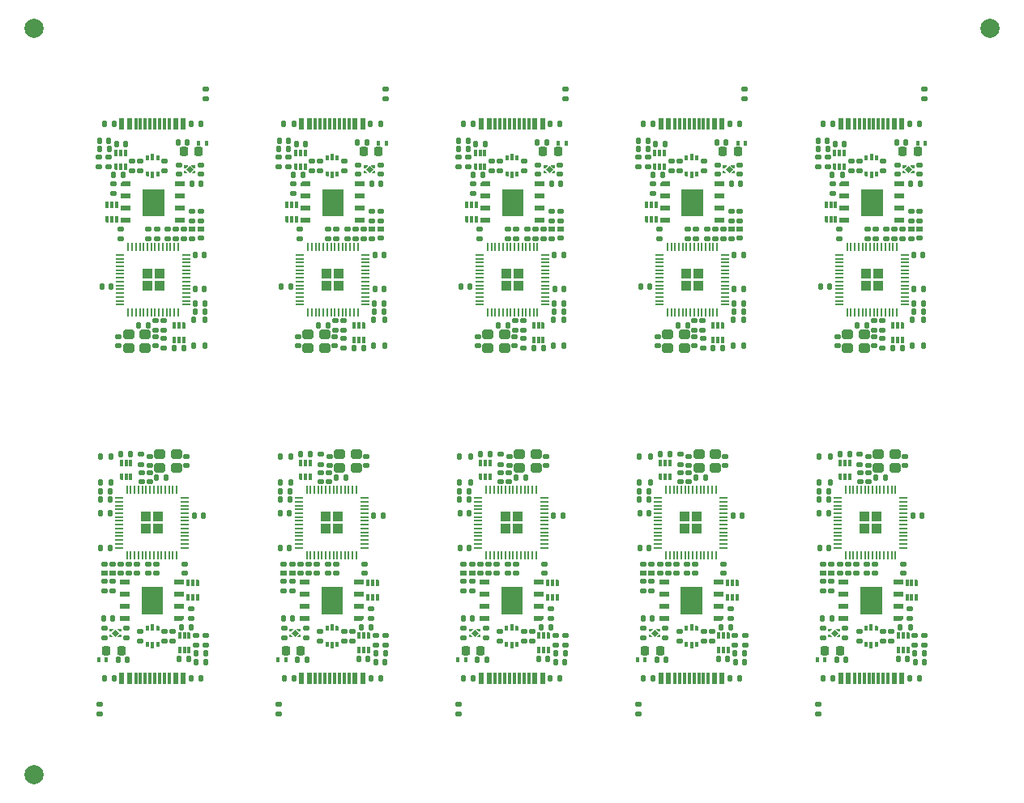
<source format=gtp>
G04 #@! TF.GenerationSoftware,KiCad,Pcbnew,7.0.0-da2b9df05c~165~ubuntu22.04.1*
G04 #@! TF.CreationDate,2023-08-03T15:42:47+00:00*
G04 #@! TF.ProjectId,helios-panel,68656c69-6f73-42d7-9061-6e656c2e6b69,rev1.0*
G04 #@! TF.SameCoordinates,Original*
G04 #@! TF.FileFunction,Paste,Top*
G04 #@! TF.FilePolarity,Positive*
%FSLAX46Y46*%
G04 Gerber Fmt 4.6, Leading zero omitted, Abs format (unit mm)*
G04 Created by KiCad (PCBNEW 7.0.0-da2b9df05c~165~ubuntu22.04.1) date 2023-08-03 15:42:47*
%MOMM*%
%LPD*%
G01*
G04 APERTURE LIST*
G04 Aperture macros list*
%AMRoundRect*
0 Rectangle with rounded corners*
0 $1 Rounding radius*
0 $2 $3 $4 $5 $6 $7 $8 $9 X,Y pos of 4 corners*
0 Add a 4 corners polygon primitive as box body*
4,1,4,$2,$3,$4,$5,$6,$7,$8,$9,$2,$3,0*
0 Add four circle primitives for the rounded corners*
1,1,$1+$1,$2,$3*
1,1,$1+$1,$4,$5*
1,1,$1+$1,$6,$7*
1,1,$1+$1,$8,$9*
0 Add four rect primitives between the rounded corners*
20,1,$1+$1,$2,$3,$4,$5,0*
20,1,$1+$1,$4,$5,$6,$7,0*
20,1,$1+$1,$6,$7,$8,$9,0*
20,1,$1+$1,$8,$9,$2,$3,0*%
%AMOutline5P*
0 Free polygon, 5 corners , with rotation*
0 The origin of the aperture is its center*
0 number of corners: always 5*
0 $1 to $10 corner X, Y*
0 $11 Rotation angle, in degrees counterclockwise*
0 create outline with 5 corners*
4,1,5,$1,$2,$3,$4,$5,$6,$7,$8,$9,$10,$1,$2,$11*%
%AMOutline6P*
0 Free polygon, 6 corners , with rotation*
0 The origin of the aperture is its center*
0 number of corners: always 6*
0 $1 to $12 corner X, Y*
0 $13 Rotation angle, in degrees counterclockwise*
0 create outline with 6 corners*
4,1,6,$1,$2,$3,$4,$5,$6,$7,$8,$9,$10,$11,$12,$1,$2,$13*%
%AMOutline7P*
0 Free polygon, 7 corners , with rotation*
0 The origin of the aperture is its center*
0 number of corners: always 7*
0 $1 to $14 corner X, Y*
0 $15 Rotation angle, in degrees counterclockwise*
0 create outline with 7 corners*
4,1,7,$1,$2,$3,$4,$5,$6,$7,$8,$9,$10,$11,$12,$13,$14,$1,$2,$15*%
%AMOutline8P*
0 Free polygon, 8 corners , with rotation*
0 The origin of the aperture is its center*
0 number of corners: always 8*
0 $1 to $16 corner X, Y*
0 $17 Rotation angle, in degrees counterclockwise*
0 create outline with 8 corners*
4,1,8,$1,$2,$3,$4,$5,$6,$7,$8,$9,$10,$11,$12,$13,$14,$15,$16,$1,$2,$17*%
%AMFreePoly0*
4,1,18,-0.437500,0.000000,-0.337500,0.100000,0.387500,0.100000,0.406634,0.096194,0.422855,0.085355,0.433694,0.069134,0.437500,0.050000,0.437500,-0.050000,0.433694,-0.069134,0.422855,-0.085355,0.406634,-0.096194,0.387500,-0.100000,-0.387500,-0.100000,-0.406634,-0.096194,-0.422855,-0.085355,-0.433694,-0.069134,-0.437500,-0.050000,-0.437500,0.000000,-0.437500,0.000000,$1*%
%AMFreePoly1*
4,1,18,-0.520000,0.066000,-0.366000,0.220000,0.493600,0.220000,0.503703,0.217990,0.512268,0.212268,0.517990,0.203703,0.520000,0.193600,0.520000,-0.193600,0.517990,-0.203703,0.512268,-0.212268,0.503703,-0.217990,0.493600,-0.220000,-0.493600,-0.220000,-0.503703,-0.217990,-0.512268,-0.212268,-0.517990,-0.203703,-0.520000,-0.193600,-0.520000,0.066000,-0.520000,0.066000,$1*%
G04 Aperture macros list end*
%ADD10C,0.010000*%
%ADD11Outline5P,-0.350000X0.051000X-0.231000X0.170000X0.350000X0.170000X0.350000X-0.170000X-0.350000X-0.170000X270.000000*%
%ADD12R,0.340000X0.700000*%
%ADD13Outline5P,-0.350000X0.051000X-0.231000X0.170000X0.350000X0.170000X0.350000X-0.170000X-0.350000X-0.170000X90.000000*%
%ADD14RoundRect,0.135000X-0.135000X-0.185000X0.135000X-0.185000X0.135000X0.185000X-0.135000X0.185000X0*%
%ADD15RoundRect,0.135000X0.135000X0.185000X-0.135000X0.185000X-0.135000X-0.185000X0.135000X-0.185000X0*%
%ADD16RoundRect,0.135000X-0.185000X0.135000X-0.185000X-0.135000X0.185000X-0.135000X0.185000X0.135000X0*%
%ADD17RoundRect,0.135000X0.185000X-0.135000X0.185000X0.135000X-0.185000X0.135000X-0.185000X-0.135000X0*%
%ADD18RoundRect,0.140000X-0.140000X-0.170000X0.140000X-0.170000X0.140000X0.170000X-0.140000X0.170000X0*%
%ADD19RoundRect,0.140000X0.140000X0.170000X-0.140000X0.170000X-0.140000X-0.170000X0.140000X-0.170000X0*%
%ADD20Outline5P,-0.250000X0.056250X-0.118750X0.187500X0.250000X0.187500X0.250000X-0.187500X-0.250000X-0.187500X270.000000*%
%ADD21R,0.300000X0.650000*%
%ADD22R,0.375000X0.500000*%
%ADD23Outline5P,-0.250000X0.056250X-0.118750X0.187500X0.250000X0.187500X0.250000X-0.187500X-0.250000X-0.187500X90.000000*%
%ADD24RoundRect,0.250000X-0.292217X-0.292217X0.292217X-0.292217X0.292217X0.292217X-0.292217X0.292217X0*%
%ADD25FreePoly0,0.000000*%
%ADD26RoundRect,0.050000X-0.387500X-0.050000X0.387500X-0.050000X0.387500X0.050000X-0.387500X0.050000X0*%
%ADD27RoundRect,0.050000X-0.050000X-0.387500X0.050000X-0.387500X0.050000X0.387500X-0.050000X0.387500X0*%
%ADD28RoundRect,0.250000X0.292217X0.292217X-0.292217X0.292217X-0.292217X-0.292217X0.292217X-0.292217X0*%
%ADD29FreePoly0,180.000000*%
%ADD30RoundRect,0.050000X0.387500X0.050000X-0.387500X0.050000X-0.387500X-0.050000X0.387500X-0.050000X0*%
%ADD31RoundRect,0.050000X0.050000X0.387500X-0.050000X0.387500X-0.050000X-0.387500X0.050000X-0.387500X0*%
%ADD32RoundRect,0.140000X-0.170000X0.140000X-0.170000X-0.140000X0.170000X-0.140000X0.170000X0.140000X0*%
%ADD33RoundRect,0.140000X0.170000X-0.140000X0.170000X0.140000X-0.170000X0.140000X-0.170000X-0.140000X0*%
%ADD34C,2.000000*%
%ADD35R,0.640000X0.590000*%
%ADD36RoundRect,0.147500X-0.172500X0.147500X-0.172500X-0.147500X0.172500X-0.147500X0.172500X0.147500X0*%
%ADD37RoundRect,0.147500X0.172500X-0.147500X0.172500X0.147500X-0.172500X0.147500X-0.172500X-0.147500X0*%
%ADD38R,0.400000X0.560000*%
%ADD39RoundRect,0.075000X-0.125000X-0.205000X0.125000X-0.205000X0.125000X0.205000X-0.125000X0.205000X0*%
%ADD40RoundRect,0.075000X0.125000X0.205000X-0.125000X0.205000X-0.125000X-0.205000X0.125000X-0.205000X0*%
%ADD41RoundRect,0.250000X-0.325000X-0.250000X0.325000X-0.250000X0.325000X0.250000X-0.325000X0.250000X0*%
%ADD42RoundRect,0.250000X0.325000X0.250000X-0.325000X0.250000X-0.325000X-0.250000X0.325000X-0.250000X0*%
%ADD43FreePoly1,0.000000*%
%ADD44RoundRect,0.026400X-0.493600X-0.193600X0.493600X-0.193600X0.493600X0.193600X-0.493600X0.193600X0*%
%ADD45FreePoly1,180.000000*%
%ADD46RoundRect,0.026400X0.493600X0.193600X-0.493600X0.193600X-0.493600X-0.193600X0.493600X-0.193600X0*%
%ADD47RoundRect,0.137500X0.137500X-0.212500X0.137500X0.212500X-0.137500X0.212500X-0.137500X-0.212500X0*%
%ADD48RoundRect,0.137500X-0.137500X0.212500X-0.137500X-0.212500X0.137500X-0.212500X0.137500X0.212500X0*%
%ADD49R,0.600000X1.150000*%
%ADD50R,0.300000X1.150000*%
%ADD51RoundRect,0.218750X0.218750X0.256250X-0.218750X0.256250X-0.218750X-0.256250X0.218750X-0.256250X0*%
%ADD52RoundRect,0.218750X-0.218750X-0.256250X0.218750X-0.256250X0.218750X0.256250X-0.218750X0.256250X0*%
G04 APERTURE END LIST*
G04 #@! TO.C,U3*
G36*
X72355000Y60970000D02*
G01*
X70195000Y60970000D01*
X70195000Y63690000D01*
X72355000Y63690000D01*
X72355000Y60970000D01*
G37*
D10*
X72355000Y60970000D02*
X70195000Y60970000D01*
X70195000Y63690000D01*
X72355000Y63690000D01*
X72355000Y60970000D01*
G36*
X91045000Y19350000D02*
G01*
X88885000Y19350000D01*
X88885000Y22070000D01*
X91045000Y22070000D01*
X91045000Y19350000D01*
G37*
X91045000Y19350000D02*
X88885000Y19350000D01*
X88885000Y22070000D01*
X91045000Y22070000D01*
X91045000Y19350000D01*
G36*
X34795000Y60970000D02*
G01*
X32635000Y60970000D01*
X32635000Y63690000D01*
X34795000Y63690000D01*
X34795000Y60970000D01*
G37*
X34795000Y60970000D02*
X32635000Y60970000D01*
X32635000Y63690000D01*
X34795000Y63690000D01*
X34795000Y60970000D01*
G36*
X91135000Y60970000D02*
G01*
X88975000Y60970000D01*
X88975000Y63690000D01*
X91135000Y63690000D01*
X91135000Y60970000D01*
G37*
X91135000Y60970000D02*
X88975000Y60970000D01*
X88975000Y63690000D01*
X91135000Y63690000D01*
X91135000Y60970000D01*
G36*
X53575000Y60970000D02*
G01*
X51415000Y60970000D01*
X51415000Y63690000D01*
X53575000Y63690000D01*
X53575000Y60970000D01*
G37*
X53575000Y60970000D02*
X51415000Y60970000D01*
X51415000Y63690000D01*
X53575000Y63690000D01*
X53575000Y60970000D01*
G36*
X15925000Y19350000D02*
G01*
X13765000Y19350000D01*
X13765000Y22070000D01*
X15925000Y22070000D01*
X15925000Y19350000D01*
G37*
X15925000Y19350000D02*
X13765000Y19350000D01*
X13765000Y22070000D01*
X15925000Y22070000D01*
X15925000Y19350000D01*
G36*
X34705000Y19350000D02*
G01*
X32545000Y19350000D01*
X32545000Y22070000D01*
X34705000Y22070000D01*
X34705000Y19350000D01*
G37*
X34705000Y19350000D02*
X32545000Y19350000D01*
X32545000Y22070000D01*
X34705000Y22070000D01*
X34705000Y19350000D01*
G36*
X72265000Y19350000D02*
G01*
X70105000Y19350000D01*
X70105000Y22070000D01*
X72265000Y22070000D01*
X72265000Y19350000D01*
G37*
X72265000Y19350000D02*
X70105000Y19350000D01*
X70105000Y22070000D01*
X72265000Y22070000D01*
X72265000Y19350000D01*
G36*
X16015000Y60970000D02*
G01*
X13855000Y60970000D01*
X13855000Y63690000D01*
X16015000Y63690000D01*
X16015000Y60970000D01*
G37*
X16015000Y60970000D02*
X13855000Y60970000D01*
X13855000Y63690000D01*
X16015000Y63690000D01*
X16015000Y60970000D01*
G36*
X53485000Y19350000D02*
G01*
X51325000Y19350000D01*
X51325000Y22070000D01*
X53485000Y22070000D01*
X53485000Y19350000D01*
G37*
X53485000Y19350000D02*
X51325000Y19350000D01*
X51325000Y22070000D01*
X53485000Y22070000D01*
X53485000Y19350000D01*
G04 #@! TO.C,U2*
G36*
X75456663Y65766663D02*
G01*
X75115000Y65425001D01*
X74773337Y65766663D01*
X75115000Y66108326D01*
X75456663Y65766663D01*
G37*
X75456663Y65766663D02*
X75115000Y65425001D01*
X74773337Y65766663D01*
X75115000Y66108326D01*
X75456663Y65766663D01*
G36*
X74930000Y66165000D02*
G01*
X74685000Y65915000D01*
X74505000Y65915000D01*
X74505000Y66195000D01*
X74930000Y66195000D01*
X74930000Y66165000D01*
G37*
G36*
X74930000Y65365000D02*
G01*
X74930000Y65335000D01*
X74505000Y65335000D01*
X74505000Y65615000D01*
X74685000Y65615000D01*
X74930000Y65365000D01*
G37*
G36*
X75725000Y65915000D02*
G01*
X75545000Y65915000D01*
X75300000Y66165000D01*
X75300000Y66195000D01*
X75725000Y66195000D01*
X75725000Y65915000D01*
G37*
G36*
X75725000Y65335000D02*
G01*
X75300000Y65335000D01*
X75300000Y65365000D01*
X75545000Y65615000D01*
X75725000Y65615000D01*
X75725000Y65335000D01*
G37*
G36*
X56676663Y65766663D02*
G01*
X56335000Y65425001D01*
X55993337Y65766663D01*
X56335000Y66108326D01*
X56676663Y65766663D01*
G37*
X56676663Y65766663D02*
X56335000Y65425001D01*
X55993337Y65766663D01*
X56335000Y66108326D01*
X56676663Y65766663D01*
G36*
X56150000Y66165000D02*
G01*
X55905000Y65915000D01*
X55725000Y65915000D01*
X55725000Y66195000D01*
X56150000Y66195000D01*
X56150000Y66165000D01*
G37*
G36*
X56150000Y65365000D02*
G01*
X56150000Y65335000D01*
X55725000Y65335000D01*
X55725000Y65615000D01*
X55905000Y65615000D01*
X56150000Y65365000D01*
G37*
G36*
X56945000Y65915000D02*
G01*
X56765000Y65915000D01*
X56520000Y66165000D01*
X56520000Y66195000D01*
X56945000Y66195000D01*
X56945000Y65915000D01*
G37*
G36*
X56945000Y65335000D02*
G01*
X56520000Y65335000D01*
X56520000Y65365000D01*
X56765000Y65615000D01*
X56945000Y65615000D01*
X56945000Y65335000D01*
G37*
G36*
X19116663Y65766663D02*
G01*
X18775000Y65425001D01*
X18433337Y65766663D01*
X18775000Y66108326D01*
X19116663Y65766663D01*
G37*
X19116663Y65766663D02*
X18775000Y65425001D01*
X18433337Y65766663D01*
X18775000Y66108326D01*
X19116663Y65766663D01*
G36*
X18590000Y66165000D02*
G01*
X18345000Y65915000D01*
X18165000Y65915000D01*
X18165000Y66195000D01*
X18590000Y66195000D01*
X18590000Y66165000D01*
G37*
G36*
X18590000Y65365000D02*
G01*
X18590000Y65335000D01*
X18165000Y65335000D01*
X18165000Y65615000D01*
X18345000Y65615000D01*
X18590000Y65365000D01*
G37*
G36*
X19385000Y65915000D02*
G01*
X19205000Y65915000D01*
X18960000Y66165000D01*
X18960000Y66195000D01*
X19385000Y66195000D01*
X19385000Y65915000D01*
G37*
G36*
X19385000Y65335000D02*
G01*
X18960000Y65335000D01*
X18960000Y65365000D01*
X19205000Y65615000D01*
X19385000Y65615000D01*
X19385000Y65335000D01*
G37*
G36*
X67686663Y17273337D02*
G01*
X67345000Y16931674D01*
X67003337Y17273337D01*
X67345000Y17614999D01*
X67686663Y17273337D01*
G37*
X67686663Y17273337D02*
X67345000Y16931674D01*
X67003337Y17273337D01*
X67345000Y17614999D01*
X67686663Y17273337D01*
G36*
X67955000Y16845000D02*
G01*
X67530000Y16845000D01*
X67530000Y16875000D01*
X67775000Y17125000D01*
X67955000Y17125000D01*
X67955000Y16845000D01*
G37*
G36*
X67955000Y17425000D02*
G01*
X67775000Y17425000D01*
X67530000Y17675000D01*
X67530000Y17705000D01*
X67955000Y17705000D01*
X67955000Y17425000D01*
G37*
G36*
X67160000Y16875000D02*
G01*
X67160000Y16845000D01*
X66735000Y16845000D01*
X66735000Y17125000D01*
X66915000Y17125000D01*
X67160000Y16875000D01*
G37*
G36*
X67160000Y17675000D02*
G01*
X66915000Y17425000D01*
X66735000Y17425000D01*
X66735000Y17705000D01*
X67160000Y17705000D01*
X67160000Y17675000D01*
G37*
G36*
X94236663Y65766663D02*
G01*
X93895000Y65425001D01*
X93553337Y65766663D01*
X93895000Y66108326D01*
X94236663Y65766663D01*
G37*
X94236663Y65766663D02*
X93895000Y65425001D01*
X93553337Y65766663D01*
X93895000Y66108326D01*
X94236663Y65766663D01*
G36*
X93710000Y66165000D02*
G01*
X93465000Y65915000D01*
X93285000Y65915000D01*
X93285000Y66195000D01*
X93710000Y66195000D01*
X93710000Y66165000D01*
G37*
G36*
X93710000Y65365000D02*
G01*
X93710000Y65335000D01*
X93285000Y65335000D01*
X93285000Y65615000D01*
X93465000Y65615000D01*
X93710000Y65365000D01*
G37*
G36*
X94505000Y65915000D02*
G01*
X94325000Y65915000D01*
X94080000Y66165000D01*
X94080000Y66195000D01*
X94505000Y66195000D01*
X94505000Y65915000D01*
G37*
G36*
X94505000Y65335000D02*
G01*
X94080000Y65335000D01*
X94080000Y65365000D01*
X94325000Y65615000D01*
X94505000Y65615000D01*
X94505000Y65335000D01*
G37*
G36*
X86466663Y17273337D02*
G01*
X86125000Y16931674D01*
X85783337Y17273337D01*
X86125000Y17614999D01*
X86466663Y17273337D01*
G37*
X86466663Y17273337D02*
X86125000Y16931674D01*
X85783337Y17273337D01*
X86125000Y17614999D01*
X86466663Y17273337D01*
G36*
X86735000Y16845000D02*
G01*
X86310000Y16845000D01*
X86310000Y16875000D01*
X86555000Y17125000D01*
X86735000Y17125000D01*
X86735000Y16845000D01*
G37*
G36*
X86735000Y17425000D02*
G01*
X86555000Y17425000D01*
X86310000Y17675000D01*
X86310000Y17705000D01*
X86735000Y17705000D01*
X86735000Y17425000D01*
G37*
G36*
X85940000Y16875000D02*
G01*
X85940000Y16845000D01*
X85515000Y16845000D01*
X85515000Y17125000D01*
X85695000Y17125000D01*
X85940000Y16875000D01*
G37*
G36*
X85940000Y17675000D02*
G01*
X85695000Y17425000D01*
X85515000Y17425000D01*
X85515000Y17705000D01*
X85940000Y17705000D01*
X85940000Y17675000D01*
G37*
G36*
X11346663Y17273337D02*
G01*
X11005000Y16931674D01*
X10663337Y17273337D01*
X11005000Y17614999D01*
X11346663Y17273337D01*
G37*
X11346663Y17273337D02*
X11005000Y16931674D01*
X10663337Y17273337D01*
X11005000Y17614999D01*
X11346663Y17273337D01*
G36*
X11615000Y16845000D02*
G01*
X11190000Y16845000D01*
X11190000Y16875000D01*
X11435000Y17125000D01*
X11615000Y17125000D01*
X11615000Y16845000D01*
G37*
G36*
X11615000Y17425000D02*
G01*
X11435000Y17425000D01*
X11190000Y17675000D01*
X11190000Y17705000D01*
X11615000Y17705000D01*
X11615000Y17425000D01*
G37*
G36*
X10820000Y16875000D02*
G01*
X10820000Y16845000D01*
X10395000Y16845000D01*
X10395000Y17125000D01*
X10575000Y17125000D01*
X10820000Y16875000D01*
G37*
G36*
X10820000Y17675000D02*
G01*
X10575000Y17425000D01*
X10395000Y17425000D01*
X10395000Y17705000D01*
X10820000Y17705000D01*
X10820000Y17675000D01*
G37*
G36*
X37896663Y65766663D02*
G01*
X37555000Y65425001D01*
X37213337Y65766663D01*
X37555000Y66108326D01*
X37896663Y65766663D01*
G37*
X37896663Y65766663D02*
X37555000Y65425001D01*
X37213337Y65766663D01*
X37555000Y66108326D01*
X37896663Y65766663D01*
G36*
X37370000Y66165000D02*
G01*
X37125000Y65915000D01*
X36945000Y65915000D01*
X36945000Y66195000D01*
X37370000Y66195000D01*
X37370000Y66165000D01*
G37*
G36*
X37370000Y65365000D02*
G01*
X37370000Y65335000D01*
X36945000Y65335000D01*
X36945000Y65615000D01*
X37125000Y65615000D01*
X37370000Y65365000D01*
G37*
G36*
X38165000Y65915000D02*
G01*
X37985000Y65915000D01*
X37740000Y66165000D01*
X37740000Y66195000D01*
X38165000Y66195000D01*
X38165000Y65915000D01*
G37*
G36*
X38165000Y65335000D02*
G01*
X37740000Y65335000D01*
X37740000Y65365000D01*
X37985000Y65615000D01*
X38165000Y65615000D01*
X38165000Y65335000D01*
G37*
G36*
X48906663Y17273337D02*
G01*
X48565000Y16931674D01*
X48223337Y17273337D01*
X48565000Y17614999D01*
X48906663Y17273337D01*
G37*
X48906663Y17273337D02*
X48565000Y16931674D01*
X48223337Y17273337D01*
X48565000Y17614999D01*
X48906663Y17273337D01*
G36*
X49175000Y16845000D02*
G01*
X48750000Y16845000D01*
X48750000Y16875000D01*
X48995000Y17125000D01*
X49175000Y17125000D01*
X49175000Y16845000D01*
G37*
G36*
X49175000Y17425000D02*
G01*
X48995000Y17425000D01*
X48750000Y17675000D01*
X48750000Y17705000D01*
X49175000Y17705000D01*
X49175000Y17425000D01*
G37*
G36*
X48380000Y16875000D02*
G01*
X48380000Y16845000D01*
X47955000Y16845000D01*
X47955000Y17125000D01*
X48135000Y17125000D01*
X48380000Y16875000D01*
G37*
G36*
X48380000Y17675000D02*
G01*
X48135000Y17425000D01*
X47955000Y17425000D01*
X47955000Y17705000D01*
X48380000Y17705000D01*
X48380000Y17675000D01*
G37*
G36*
X30126663Y17273337D02*
G01*
X29785000Y16931674D01*
X29443337Y17273337D01*
X29785000Y17614999D01*
X30126663Y17273337D01*
G37*
X30126663Y17273337D02*
X29785000Y16931674D01*
X29443337Y17273337D01*
X29785000Y17614999D01*
X30126663Y17273337D01*
G36*
X30395000Y16845000D02*
G01*
X29970000Y16845000D01*
X29970000Y16875000D01*
X30215000Y17125000D01*
X30395000Y17125000D01*
X30395000Y16845000D01*
G37*
G36*
X30395000Y17425000D02*
G01*
X30215000Y17425000D01*
X29970000Y17675000D01*
X29970000Y17705000D01*
X30395000Y17705000D01*
X30395000Y17425000D01*
G37*
G36*
X29600000Y16875000D02*
G01*
X29600000Y16845000D01*
X29175000Y16845000D01*
X29175000Y17125000D01*
X29355000Y17125000D01*
X29600000Y16875000D01*
G37*
G36*
X29600000Y17675000D02*
G01*
X29355000Y17425000D01*
X29175000Y17425000D01*
X29175000Y17705000D01*
X29600000Y17705000D01*
X29600000Y17675000D01*
G37*
G04 #@! TD*
D11*
G04 #@! TO.C,Q1*
X74494999Y49459999D03*
D12*
X73994999Y49459999D03*
X73494999Y49459999D03*
X73494999Y47959999D03*
X73994999Y47959999D03*
X74494999Y47959999D03*
G04 #@! TD*
D13*
G04 #@! TO.C,Q1*
X49184999Y33579999D03*
D12*
X49684999Y33579999D03*
X50184999Y33579999D03*
X50184999Y35079999D03*
X49684999Y35079999D03*
X49184999Y35079999D03*
G04 #@! TD*
D13*
G04 #@! TO.C,Q1*
X67964999Y33579999D03*
D12*
X68464999Y33579999D03*
X68964999Y33579999D03*
X68964999Y35079999D03*
X68464999Y35079999D03*
X67964999Y35079999D03*
G04 #@! TD*
D11*
G04 #@! TO.C,Q1*
X93274999Y49459999D03*
D12*
X92774999Y49459999D03*
X92274999Y49459999D03*
X92274999Y47959999D03*
X92774999Y47959999D03*
X93274999Y47959999D03*
G04 #@! TD*
D13*
G04 #@! TO.C,Q1*
X11624999Y33579999D03*
D12*
X12124999Y33579999D03*
X12624999Y33579999D03*
X12624999Y35079999D03*
X12124999Y35079999D03*
X11624999Y35079999D03*
G04 #@! TD*
D11*
G04 #@! TO.C,Q1*
X18154999Y49459999D03*
D12*
X17654999Y49459999D03*
X17154999Y49459999D03*
X17154999Y47959999D03*
X17654999Y47959999D03*
X18154999Y47959999D03*
G04 #@! TD*
D11*
G04 #@! TO.C,Q1*
X36934999Y49459999D03*
D12*
X36434999Y49459999D03*
X35934999Y49459999D03*
X35934999Y47959999D03*
X36434999Y47959999D03*
X36934999Y47959999D03*
G04 #@! TD*
D11*
G04 #@! TO.C,Q1*
X55714999Y49459999D03*
D12*
X55214999Y49459999D03*
X54714999Y49459999D03*
X54714999Y47959999D03*
X55214999Y47959999D03*
X55714999Y47959999D03*
G04 #@! TD*
D13*
G04 #@! TO.C,Q1*
X30404999Y33579999D03*
D12*
X30904999Y33579999D03*
X31404999Y33579999D03*
X31404999Y35079999D03*
X30904999Y35079999D03*
X30404999Y35079999D03*
G04 #@! TD*
D13*
G04 #@! TO.C,Q1*
X86744999Y33579999D03*
D12*
X87244999Y33579999D03*
X87744999Y33579999D03*
X87744999Y35079999D03*
X87244999Y35079999D03*
X86744999Y35079999D03*
G04 #@! TD*
D14*
G04 #@! TO.C,R5*
X94555000Y15135000D03*
X95575000Y15135000D03*
G04 #@! TD*
D15*
G04 #@! TO.C,R5*
X10345000Y67905000D03*
X9325000Y67905000D03*
G04 #@! TD*
G04 #@! TO.C,R5*
X66685000Y67905000D03*
X65665000Y67905000D03*
G04 #@! TD*
G04 #@! TO.C,R5*
X47905000Y67905000D03*
X46885000Y67905000D03*
G04 #@! TD*
G04 #@! TO.C,R5*
X29125000Y67905000D03*
X28105000Y67905000D03*
G04 #@! TD*
G04 #@! TO.C,R5*
X85465000Y67905000D03*
X84445000Y67905000D03*
G04 #@! TD*
D14*
G04 #@! TO.C,R5*
X38215000Y15135000D03*
X39235000Y15135000D03*
G04 #@! TD*
G04 #@! TO.C,R5*
X19435000Y15135000D03*
X20455000Y15135000D03*
G04 #@! TD*
G04 #@! TO.C,R5*
X56995000Y15135000D03*
X58015000Y15135000D03*
G04 #@! TD*
G04 #@! TO.C,R5*
X75775000Y15135000D03*
X76795000Y15135000D03*
G04 #@! TD*
D16*
G04 #@! TO.C,R3*
X88825000Y35950000D03*
X88825000Y34930000D03*
G04 #@! TD*
D17*
G04 #@! TO.C,R3*
X34855000Y47090000D03*
X34855000Y48110000D03*
G04 #@! TD*
G04 #@! TO.C,R3*
X16075000Y47090000D03*
X16075000Y48110000D03*
G04 #@! TD*
G04 #@! TO.C,R3*
X53635000Y47090000D03*
X53635000Y48110000D03*
G04 #@! TD*
D16*
G04 #@! TO.C,R3*
X13705000Y35950000D03*
X13705000Y34930000D03*
G04 #@! TD*
D17*
G04 #@! TO.C,R3*
X91195000Y47090000D03*
X91195000Y48110000D03*
G04 #@! TD*
G04 #@! TO.C,R3*
X72415000Y47090000D03*
X72415000Y48110000D03*
G04 #@! TD*
D16*
G04 #@! TO.C,R3*
X51265000Y35950000D03*
X51265000Y34930000D03*
G04 #@! TD*
G04 #@! TO.C,R3*
X32485000Y35950000D03*
X32485000Y34930000D03*
G04 #@! TD*
G04 #@! TO.C,R3*
X70045000Y35950000D03*
X70045000Y34930000D03*
G04 #@! TD*
D18*
G04 #@! TO.C,C3*
X92665000Y68560000D03*
X93625000Y68560000D03*
G04 #@! TD*
G04 #@! TO.C,C3*
X17545000Y68560000D03*
X18505000Y68560000D03*
G04 #@! TD*
G04 #@! TO.C,C3*
X36325000Y68560000D03*
X37285000Y68560000D03*
G04 #@! TD*
G04 #@! TO.C,C3*
X55105000Y68560000D03*
X56065000Y68560000D03*
G04 #@! TD*
D19*
G04 #@! TO.C,C3*
X12235000Y14480000D03*
X11275000Y14480000D03*
G04 #@! TD*
G04 #@! TO.C,C3*
X31015000Y14480000D03*
X30055000Y14480000D03*
G04 #@! TD*
G04 #@! TO.C,C3*
X87355000Y14480000D03*
X86395000Y14480000D03*
G04 #@! TD*
G04 #@! TO.C,C3*
X68575000Y14480000D03*
X67615000Y14480000D03*
G04 #@! TD*
G04 #@! TO.C,C3*
X49795000Y14480000D03*
X48835000Y14480000D03*
G04 #@! TD*
D18*
G04 #@! TO.C,C3*
X73885000Y68560000D03*
X74845000Y68560000D03*
G04 #@! TD*
D20*
G04 #@! TO.C,U1*
X52982499Y17759999D03*
D21*
X52444999Y17834999D03*
D22*
X51907499Y17759999D03*
X51907499Y16059999D03*
D21*
X52444999Y15984999D03*
D22*
X52982499Y16059999D03*
G04 #@! TD*
D20*
G04 #@! TO.C,U1*
X71762499Y17759999D03*
D21*
X71224999Y17834999D03*
D22*
X70687499Y17759999D03*
X70687499Y16059999D03*
D21*
X71224999Y15984999D03*
D22*
X71762499Y16059999D03*
G04 #@! TD*
D20*
G04 #@! TO.C,U1*
X34202499Y17759999D03*
D21*
X33664999Y17834999D03*
D22*
X33127499Y17759999D03*
X33127499Y16059999D03*
D21*
X33664999Y15984999D03*
D22*
X34202499Y16059999D03*
G04 #@! TD*
D23*
G04 #@! TO.C,U1*
X51917499Y65279999D03*
D21*
X52454999Y65204999D03*
D22*
X52992499Y65279999D03*
X52992499Y66979999D03*
D21*
X52454999Y67054999D03*
D22*
X51917499Y66979999D03*
G04 #@! TD*
D20*
G04 #@! TO.C,U1*
X90542499Y17759999D03*
D21*
X90004999Y17834999D03*
D22*
X89467499Y17759999D03*
X89467499Y16059999D03*
D21*
X90004999Y15984999D03*
D22*
X90542499Y16059999D03*
G04 #@! TD*
D23*
G04 #@! TO.C,U1*
X70697499Y65279999D03*
D21*
X71234999Y65204999D03*
D22*
X71772499Y65279999D03*
X71772499Y66979999D03*
D21*
X71234999Y67054999D03*
D22*
X70697499Y66979999D03*
G04 #@! TD*
D23*
G04 #@! TO.C,U1*
X89477499Y65279999D03*
D21*
X90014999Y65204999D03*
D22*
X90552499Y65279999D03*
X90552499Y66979999D03*
D21*
X90014999Y67054999D03*
D22*
X89477499Y66979999D03*
G04 #@! TD*
D20*
G04 #@! TO.C,U1*
X15422499Y17759999D03*
D21*
X14884999Y17834999D03*
D22*
X14347499Y17759999D03*
X14347499Y16059999D03*
D21*
X14884999Y15984999D03*
D22*
X15422499Y16059999D03*
G04 #@! TD*
D23*
G04 #@! TO.C,U1*
X33137499Y65279999D03*
D21*
X33674999Y65204999D03*
D22*
X34212499Y65279999D03*
X34212499Y66979999D03*
D21*
X33674999Y67054999D03*
D22*
X33137499Y66979999D03*
G04 #@! TD*
D23*
G04 #@! TO.C,U1*
X14357499Y65279999D03*
D21*
X14894999Y65204999D03*
D22*
X15432499Y65279999D03*
X15432499Y66979999D03*
D21*
X14894999Y67054999D03*
D22*
X14357499Y66979999D03*
G04 #@! TD*
D19*
G04 #@! TO.C,C1*
X29095000Y68780000D03*
X28135000Y68780000D03*
G04 #@! TD*
D18*
G04 #@! TO.C,C1*
X94585000Y14260000D03*
X95545000Y14260000D03*
G04 #@! TD*
D19*
G04 #@! TO.C,C1*
X47875000Y68780000D03*
X46915000Y68780000D03*
G04 #@! TD*
G04 #@! TO.C,C1*
X66655000Y68780000D03*
X65695000Y68780000D03*
G04 #@! TD*
G04 #@! TO.C,C1*
X85435000Y68780000D03*
X84475000Y68780000D03*
G04 #@! TD*
D18*
G04 #@! TO.C,C1*
X19465000Y14260000D03*
X20425000Y14260000D03*
G04 #@! TD*
D19*
G04 #@! TO.C,C1*
X10315000Y68780000D03*
X9355000Y68780000D03*
G04 #@! TD*
D18*
G04 #@! TO.C,C1*
X38245000Y14260000D03*
X39205000Y14260000D03*
G04 #@! TD*
G04 #@! TO.C,C1*
X57025000Y14260000D03*
X57985000Y14260000D03*
G04 #@! TD*
G04 #@! TO.C,C1*
X75805000Y14260000D03*
X76765000Y14260000D03*
G04 #@! TD*
D24*
G04 #@! TO.C,U4*
X70662500Y54867500D03*
X70662500Y53592500D03*
X71937500Y54867500D03*
X71937500Y53592500D03*
D25*
X67862499Y56829999D03*
D26*
X67862500Y56430000D03*
X67862500Y56030000D03*
X67862500Y55630000D03*
X67862500Y55230000D03*
X67862500Y54830000D03*
X67862500Y54430000D03*
X67862500Y54030000D03*
X67862500Y53630000D03*
X67862500Y53230000D03*
X67862500Y52830000D03*
X67862500Y52430000D03*
X67862500Y52030000D03*
X67862500Y51630000D03*
D27*
X68700000Y50792500D03*
X69100000Y50792500D03*
X69500000Y50792500D03*
X69900000Y50792500D03*
X70300000Y50792500D03*
X70700000Y50792500D03*
X71100000Y50792500D03*
X71500000Y50792500D03*
X71900000Y50792500D03*
X72300000Y50792500D03*
X72700000Y50792500D03*
X73100000Y50792500D03*
X73500000Y50792500D03*
X73900000Y50792500D03*
D26*
X74737500Y51630000D03*
X74737500Y52030000D03*
X74737500Y52430000D03*
X74737500Y52830000D03*
X74737500Y53230000D03*
X74737500Y53630000D03*
X74737500Y54030000D03*
X74737500Y54430000D03*
X74737500Y54830000D03*
X74737500Y55230000D03*
X74737500Y55630000D03*
X74737500Y56030000D03*
X74737500Y56430000D03*
X74737500Y56830000D03*
D27*
X73900000Y57667500D03*
X73500000Y57667500D03*
X73100000Y57667500D03*
X72700000Y57667500D03*
X72300000Y57667500D03*
X71900000Y57667500D03*
X71500000Y57667500D03*
X71100000Y57667500D03*
X70700000Y57667500D03*
X70300000Y57667500D03*
X69900000Y57667500D03*
X69500000Y57667500D03*
X69100000Y57667500D03*
X68700000Y57667500D03*
G04 #@! TD*
D28*
G04 #@! TO.C,U4*
X71797500Y28172500D03*
X71797500Y29447500D03*
X70522500Y28172500D03*
X70522500Y29447500D03*
D29*
X74597499Y26209999D03*
D30*
X74597500Y26610000D03*
X74597500Y27010000D03*
X74597500Y27410000D03*
X74597500Y27810000D03*
X74597500Y28210000D03*
X74597500Y28610000D03*
X74597500Y29010000D03*
X74597500Y29410000D03*
X74597500Y29810000D03*
X74597500Y30210000D03*
X74597500Y30610000D03*
X74597500Y31010000D03*
X74597500Y31410000D03*
D31*
X73760000Y32247500D03*
X73360000Y32247500D03*
X72960000Y32247500D03*
X72560000Y32247500D03*
X72160000Y32247500D03*
X71760000Y32247500D03*
X71360000Y32247500D03*
X70960000Y32247500D03*
X70560000Y32247500D03*
X70160000Y32247500D03*
X69760000Y32247500D03*
X69360000Y32247500D03*
X68960000Y32247500D03*
X68560000Y32247500D03*
D30*
X67722500Y31410000D03*
X67722500Y31010000D03*
X67722500Y30610000D03*
X67722500Y30210000D03*
X67722500Y29810000D03*
X67722500Y29410000D03*
X67722500Y29010000D03*
X67722500Y28610000D03*
X67722500Y28210000D03*
X67722500Y27810000D03*
X67722500Y27410000D03*
X67722500Y27010000D03*
X67722500Y26610000D03*
X67722500Y26210000D03*
D31*
X68560000Y25372500D03*
X68960000Y25372500D03*
X69360000Y25372500D03*
X69760000Y25372500D03*
X70160000Y25372500D03*
X70560000Y25372500D03*
X70960000Y25372500D03*
X71360000Y25372500D03*
X71760000Y25372500D03*
X72160000Y25372500D03*
X72560000Y25372500D03*
X72960000Y25372500D03*
X73360000Y25372500D03*
X73760000Y25372500D03*
G04 #@! TD*
D28*
G04 #@! TO.C,U4*
X53017500Y28172500D03*
X53017500Y29447500D03*
X51742500Y28172500D03*
X51742500Y29447500D03*
D29*
X55817499Y26209999D03*
D30*
X55817500Y26610000D03*
X55817500Y27010000D03*
X55817500Y27410000D03*
X55817500Y27810000D03*
X55817500Y28210000D03*
X55817500Y28610000D03*
X55817500Y29010000D03*
X55817500Y29410000D03*
X55817500Y29810000D03*
X55817500Y30210000D03*
X55817500Y30610000D03*
X55817500Y31010000D03*
X55817500Y31410000D03*
D31*
X54980000Y32247500D03*
X54580000Y32247500D03*
X54180000Y32247500D03*
X53780000Y32247500D03*
X53380000Y32247500D03*
X52980000Y32247500D03*
X52580000Y32247500D03*
X52180000Y32247500D03*
X51780000Y32247500D03*
X51380000Y32247500D03*
X50980000Y32247500D03*
X50580000Y32247500D03*
X50180000Y32247500D03*
X49780000Y32247500D03*
D30*
X48942500Y31410000D03*
X48942500Y31010000D03*
X48942500Y30610000D03*
X48942500Y30210000D03*
X48942500Y29810000D03*
X48942500Y29410000D03*
X48942500Y29010000D03*
X48942500Y28610000D03*
X48942500Y28210000D03*
X48942500Y27810000D03*
X48942500Y27410000D03*
X48942500Y27010000D03*
X48942500Y26610000D03*
X48942500Y26210000D03*
D31*
X49780000Y25372500D03*
X50180000Y25372500D03*
X50580000Y25372500D03*
X50980000Y25372500D03*
X51380000Y25372500D03*
X51780000Y25372500D03*
X52180000Y25372500D03*
X52580000Y25372500D03*
X52980000Y25372500D03*
X53380000Y25372500D03*
X53780000Y25372500D03*
X54180000Y25372500D03*
X54580000Y25372500D03*
X54980000Y25372500D03*
G04 #@! TD*
D24*
G04 #@! TO.C,U4*
X89442500Y54867500D03*
X89442500Y53592500D03*
X90717500Y54867500D03*
X90717500Y53592500D03*
D25*
X86642499Y56829999D03*
D26*
X86642500Y56430000D03*
X86642500Y56030000D03*
X86642500Y55630000D03*
X86642500Y55230000D03*
X86642500Y54830000D03*
X86642500Y54430000D03*
X86642500Y54030000D03*
X86642500Y53630000D03*
X86642500Y53230000D03*
X86642500Y52830000D03*
X86642500Y52430000D03*
X86642500Y52030000D03*
X86642500Y51630000D03*
D27*
X87480000Y50792500D03*
X87880000Y50792500D03*
X88280000Y50792500D03*
X88680000Y50792500D03*
X89080000Y50792500D03*
X89480000Y50792500D03*
X89880000Y50792500D03*
X90280000Y50792500D03*
X90680000Y50792500D03*
X91080000Y50792500D03*
X91480000Y50792500D03*
X91880000Y50792500D03*
X92280000Y50792500D03*
X92680000Y50792500D03*
D26*
X93517500Y51630000D03*
X93517500Y52030000D03*
X93517500Y52430000D03*
X93517500Y52830000D03*
X93517500Y53230000D03*
X93517500Y53630000D03*
X93517500Y54030000D03*
X93517500Y54430000D03*
X93517500Y54830000D03*
X93517500Y55230000D03*
X93517500Y55630000D03*
X93517500Y56030000D03*
X93517500Y56430000D03*
X93517500Y56830000D03*
D27*
X92680000Y57667500D03*
X92280000Y57667500D03*
X91880000Y57667500D03*
X91480000Y57667500D03*
X91080000Y57667500D03*
X90680000Y57667500D03*
X90280000Y57667500D03*
X89880000Y57667500D03*
X89480000Y57667500D03*
X89080000Y57667500D03*
X88680000Y57667500D03*
X88280000Y57667500D03*
X87880000Y57667500D03*
X87480000Y57667500D03*
G04 #@! TD*
D28*
G04 #@! TO.C,U4*
X15457500Y28172500D03*
X15457500Y29447500D03*
X14182500Y28172500D03*
X14182500Y29447500D03*
D29*
X18257499Y26209999D03*
D30*
X18257500Y26610000D03*
X18257500Y27010000D03*
X18257500Y27410000D03*
X18257500Y27810000D03*
X18257500Y28210000D03*
X18257500Y28610000D03*
X18257500Y29010000D03*
X18257500Y29410000D03*
X18257500Y29810000D03*
X18257500Y30210000D03*
X18257500Y30610000D03*
X18257500Y31010000D03*
X18257500Y31410000D03*
D31*
X17420000Y32247500D03*
X17020000Y32247500D03*
X16620000Y32247500D03*
X16220000Y32247500D03*
X15820000Y32247500D03*
X15420000Y32247500D03*
X15020000Y32247500D03*
X14620000Y32247500D03*
X14220000Y32247500D03*
X13820000Y32247500D03*
X13420000Y32247500D03*
X13020000Y32247500D03*
X12620000Y32247500D03*
X12220000Y32247500D03*
D30*
X11382500Y31410000D03*
X11382500Y31010000D03*
X11382500Y30610000D03*
X11382500Y30210000D03*
X11382500Y29810000D03*
X11382500Y29410000D03*
X11382500Y29010000D03*
X11382500Y28610000D03*
X11382500Y28210000D03*
X11382500Y27810000D03*
X11382500Y27410000D03*
X11382500Y27010000D03*
X11382500Y26610000D03*
X11382500Y26210000D03*
D31*
X12220000Y25372500D03*
X12620000Y25372500D03*
X13020000Y25372500D03*
X13420000Y25372500D03*
X13820000Y25372500D03*
X14220000Y25372500D03*
X14620000Y25372500D03*
X15020000Y25372500D03*
X15420000Y25372500D03*
X15820000Y25372500D03*
X16220000Y25372500D03*
X16620000Y25372500D03*
X17020000Y25372500D03*
X17420000Y25372500D03*
G04 #@! TD*
D24*
G04 #@! TO.C,U4*
X33102500Y54867500D03*
X33102500Y53592500D03*
X34377500Y54867500D03*
X34377500Y53592500D03*
D25*
X30302499Y56829999D03*
D26*
X30302500Y56430000D03*
X30302500Y56030000D03*
X30302500Y55630000D03*
X30302500Y55230000D03*
X30302500Y54830000D03*
X30302500Y54430000D03*
X30302500Y54030000D03*
X30302500Y53630000D03*
X30302500Y53230000D03*
X30302500Y52830000D03*
X30302500Y52430000D03*
X30302500Y52030000D03*
X30302500Y51630000D03*
D27*
X31140000Y50792500D03*
X31540000Y50792500D03*
X31940000Y50792500D03*
X32340000Y50792500D03*
X32740000Y50792500D03*
X33140000Y50792500D03*
X33540000Y50792500D03*
X33940000Y50792500D03*
X34340000Y50792500D03*
X34740000Y50792500D03*
X35140000Y50792500D03*
X35540000Y50792500D03*
X35940000Y50792500D03*
X36340000Y50792500D03*
D26*
X37177500Y51630000D03*
X37177500Y52030000D03*
X37177500Y52430000D03*
X37177500Y52830000D03*
X37177500Y53230000D03*
X37177500Y53630000D03*
X37177500Y54030000D03*
X37177500Y54430000D03*
X37177500Y54830000D03*
X37177500Y55230000D03*
X37177500Y55630000D03*
X37177500Y56030000D03*
X37177500Y56430000D03*
X37177500Y56830000D03*
D27*
X36340000Y57667500D03*
X35940000Y57667500D03*
X35540000Y57667500D03*
X35140000Y57667500D03*
X34740000Y57667500D03*
X34340000Y57667500D03*
X33940000Y57667500D03*
X33540000Y57667500D03*
X33140000Y57667500D03*
X32740000Y57667500D03*
X32340000Y57667500D03*
X31940000Y57667500D03*
X31540000Y57667500D03*
X31140000Y57667500D03*
G04 #@! TD*
D28*
G04 #@! TO.C,U4*
X90577500Y28172500D03*
X90577500Y29447500D03*
X89302500Y28172500D03*
X89302500Y29447500D03*
D29*
X93377499Y26209999D03*
D30*
X93377500Y26610000D03*
X93377500Y27010000D03*
X93377500Y27410000D03*
X93377500Y27810000D03*
X93377500Y28210000D03*
X93377500Y28610000D03*
X93377500Y29010000D03*
X93377500Y29410000D03*
X93377500Y29810000D03*
X93377500Y30210000D03*
X93377500Y30610000D03*
X93377500Y31010000D03*
X93377500Y31410000D03*
D31*
X92540000Y32247500D03*
X92140000Y32247500D03*
X91740000Y32247500D03*
X91340000Y32247500D03*
X90940000Y32247500D03*
X90540000Y32247500D03*
X90140000Y32247500D03*
X89740000Y32247500D03*
X89340000Y32247500D03*
X88940000Y32247500D03*
X88540000Y32247500D03*
X88140000Y32247500D03*
X87740000Y32247500D03*
X87340000Y32247500D03*
D30*
X86502500Y31410000D03*
X86502500Y31010000D03*
X86502500Y30610000D03*
X86502500Y30210000D03*
X86502500Y29810000D03*
X86502500Y29410000D03*
X86502500Y29010000D03*
X86502500Y28610000D03*
X86502500Y28210000D03*
X86502500Y27810000D03*
X86502500Y27410000D03*
X86502500Y27010000D03*
X86502500Y26610000D03*
X86502500Y26210000D03*
D31*
X87340000Y25372500D03*
X87740000Y25372500D03*
X88140000Y25372500D03*
X88540000Y25372500D03*
X88940000Y25372500D03*
X89340000Y25372500D03*
X89740000Y25372500D03*
X90140000Y25372500D03*
X90540000Y25372500D03*
X90940000Y25372500D03*
X91340000Y25372500D03*
X91740000Y25372500D03*
X92140000Y25372500D03*
X92540000Y25372500D03*
G04 #@! TD*
D24*
G04 #@! TO.C,U4*
X14322500Y54867500D03*
X14322500Y53592500D03*
X15597500Y54867500D03*
X15597500Y53592500D03*
D25*
X11522499Y56829999D03*
D26*
X11522500Y56430000D03*
X11522500Y56030000D03*
X11522500Y55630000D03*
X11522500Y55230000D03*
X11522500Y54830000D03*
X11522500Y54430000D03*
X11522500Y54030000D03*
X11522500Y53630000D03*
X11522500Y53230000D03*
X11522500Y52830000D03*
X11522500Y52430000D03*
X11522500Y52030000D03*
X11522500Y51630000D03*
D27*
X12360000Y50792500D03*
X12760000Y50792500D03*
X13160000Y50792500D03*
X13560000Y50792500D03*
X13960000Y50792500D03*
X14360000Y50792500D03*
X14760000Y50792500D03*
X15160000Y50792500D03*
X15560000Y50792500D03*
X15960000Y50792500D03*
X16360000Y50792500D03*
X16760000Y50792500D03*
X17160000Y50792500D03*
X17560000Y50792500D03*
D26*
X18397500Y51630000D03*
X18397500Y52030000D03*
X18397500Y52430000D03*
X18397500Y52830000D03*
X18397500Y53230000D03*
X18397500Y53630000D03*
X18397500Y54030000D03*
X18397500Y54430000D03*
X18397500Y54830000D03*
X18397500Y55230000D03*
X18397500Y55630000D03*
X18397500Y56030000D03*
X18397500Y56430000D03*
X18397500Y56830000D03*
D27*
X17560000Y57667500D03*
X17160000Y57667500D03*
X16760000Y57667500D03*
X16360000Y57667500D03*
X15960000Y57667500D03*
X15560000Y57667500D03*
X15160000Y57667500D03*
X14760000Y57667500D03*
X14360000Y57667500D03*
X13960000Y57667500D03*
X13560000Y57667500D03*
X13160000Y57667500D03*
X12760000Y57667500D03*
X12360000Y57667500D03*
G04 #@! TD*
D28*
G04 #@! TO.C,U4*
X34237500Y28172500D03*
X34237500Y29447500D03*
X32962500Y28172500D03*
X32962500Y29447500D03*
D29*
X37037499Y26209999D03*
D30*
X37037500Y26610000D03*
X37037500Y27010000D03*
X37037500Y27410000D03*
X37037500Y27810000D03*
X37037500Y28210000D03*
X37037500Y28610000D03*
X37037500Y29010000D03*
X37037500Y29410000D03*
X37037500Y29810000D03*
X37037500Y30210000D03*
X37037500Y30610000D03*
X37037500Y31010000D03*
X37037500Y31410000D03*
D31*
X36200000Y32247500D03*
X35800000Y32247500D03*
X35400000Y32247500D03*
X35000000Y32247500D03*
X34600000Y32247500D03*
X34200000Y32247500D03*
X33800000Y32247500D03*
X33400000Y32247500D03*
X33000000Y32247500D03*
X32600000Y32247500D03*
X32200000Y32247500D03*
X31800000Y32247500D03*
X31400000Y32247500D03*
X31000000Y32247500D03*
D30*
X30162500Y31410000D03*
X30162500Y31010000D03*
X30162500Y30610000D03*
X30162500Y30210000D03*
X30162500Y29810000D03*
X30162500Y29410000D03*
X30162500Y29010000D03*
X30162500Y28610000D03*
X30162500Y28210000D03*
X30162500Y27810000D03*
X30162500Y27410000D03*
X30162500Y27010000D03*
X30162500Y26610000D03*
X30162500Y26210000D03*
D31*
X31000000Y25372500D03*
X31400000Y25372500D03*
X31800000Y25372500D03*
X32200000Y25372500D03*
X32600000Y25372500D03*
X33000000Y25372500D03*
X33400000Y25372500D03*
X33800000Y25372500D03*
X34200000Y25372500D03*
X34600000Y25372500D03*
X35000000Y25372500D03*
X35400000Y25372500D03*
X35800000Y25372500D03*
X36200000Y25372500D03*
G04 #@! TD*
D24*
G04 #@! TO.C,U4*
X51882500Y54867500D03*
X51882500Y53592500D03*
X53157500Y54867500D03*
X53157500Y53592500D03*
D25*
X49082499Y56829999D03*
D26*
X49082500Y56430000D03*
X49082500Y56030000D03*
X49082500Y55630000D03*
X49082500Y55230000D03*
X49082500Y54830000D03*
X49082500Y54430000D03*
X49082500Y54030000D03*
X49082500Y53630000D03*
X49082500Y53230000D03*
X49082500Y52830000D03*
X49082500Y52430000D03*
X49082500Y52030000D03*
X49082500Y51630000D03*
D27*
X49920000Y50792500D03*
X50320000Y50792500D03*
X50720000Y50792500D03*
X51120000Y50792500D03*
X51520000Y50792500D03*
X51920000Y50792500D03*
X52320000Y50792500D03*
X52720000Y50792500D03*
X53120000Y50792500D03*
X53520000Y50792500D03*
X53920000Y50792500D03*
X54320000Y50792500D03*
X54720000Y50792500D03*
X55120000Y50792500D03*
D26*
X55957500Y51630000D03*
X55957500Y52030000D03*
X55957500Y52430000D03*
X55957500Y52830000D03*
X55957500Y53230000D03*
X55957500Y53630000D03*
X55957500Y54030000D03*
X55957500Y54430000D03*
X55957500Y54830000D03*
X55957500Y55230000D03*
X55957500Y55630000D03*
X55957500Y56030000D03*
X55957500Y56430000D03*
X55957500Y56830000D03*
D27*
X55120000Y57667500D03*
X54720000Y57667500D03*
X54320000Y57667500D03*
X53920000Y57667500D03*
X53520000Y57667500D03*
X53120000Y57667500D03*
X52720000Y57667500D03*
X52320000Y57667500D03*
X51920000Y57667500D03*
X51520000Y57667500D03*
X51120000Y57667500D03*
X50720000Y57667500D03*
X50320000Y57667500D03*
X49920000Y57667500D03*
G04 #@! TD*
D13*
G04 #@! TO.C,Q2*
X86179999Y66004999D03*
D12*
X86679999Y66004999D03*
X87179999Y66004999D03*
X87179999Y67504999D03*
X86679999Y67504999D03*
X86179999Y67504999D03*
G04 #@! TD*
D11*
G04 #@! TO.C,Q2*
X37499999Y17034999D03*
D12*
X36999999Y17034999D03*
X36499999Y17034999D03*
X36499999Y15534999D03*
X36999999Y15534999D03*
X37499999Y15534999D03*
G04 #@! TD*
D11*
G04 #@! TO.C,Q2*
X18719999Y17034999D03*
D12*
X18219999Y17034999D03*
X17719999Y17034999D03*
X17719999Y15534999D03*
X18219999Y15534999D03*
X18719999Y15534999D03*
G04 #@! TD*
D11*
G04 #@! TO.C,Q2*
X93839999Y17034999D03*
D12*
X93339999Y17034999D03*
X92839999Y17034999D03*
X92839999Y15534999D03*
X93339999Y15534999D03*
X93839999Y15534999D03*
G04 #@! TD*
D11*
G04 #@! TO.C,Q2*
X75059999Y17034999D03*
D12*
X74559999Y17034999D03*
X74059999Y17034999D03*
X74059999Y15534999D03*
X74559999Y15534999D03*
X75059999Y15534999D03*
G04 #@! TD*
D11*
G04 #@! TO.C,Q2*
X56279999Y17034999D03*
D12*
X55779999Y17034999D03*
X55279999Y17034999D03*
X55279999Y15534999D03*
X55779999Y15534999D03*
X56279999Y15534999D03*
G04 #@! TD*
D13*
G04 #@! TO.C,Q2*
X11059999Y66004999D03*
D12*
X11559999Y66004999D03*
X12059999Y66004999D03*
X12059999Y67504999D03*
X11559999Y67504999D03*
X11059999Y67504999D03*
G04 #@! TD*
D13*
G04 #@! TO.C,Q2*
X29839999Y66004999D03*
D12*
X30339999Y66004999D03*
X30839999Y66004999D03*
X30839999Y67504999D03*
X30339999Y67504999D03*
X29839999Y67504999D03*
G04 #@! TD*
D13*
G04 #@! TO.C,Q2*
X48619999Y66004999D03*
D12*
X49119999Y66004999D03*
X49619999Y66004999D03*
X49619999Y67504999D03*
X49119999Y67504999D03*
X48619999Y67504999D03*
G04 #@! TD*
D13*
G04 #@! TO.C,Q2*
X67399999Y66004999D03*
D12*
X67899999Y66004999D03*
X68399999Y66004999D03*
X68399999Y67504999D03*
X67899999Y67504999D03*
X67399999Y67504999D03*
G04 #@! TD*
D15*
G04 #@! TO.C,R14*
X16335000Y33550000D03*
X15315000Y33550000D03*
G04 #@! TD*
G04 #@! TO.C,R14*
X35115000Y33550000D03*
X34095000Y33550000D03*
G04 #@! TD*
G04 #@! TO.C,R14*
X53895000Y33550000D03*
X52875000Y33550000D03*
G04 #@! TD*
G04 #@! TO.C,R14*
X72675000Y33550000D03*
X71655000Y33550000D03*
G04 #@! TD*
D14*
G04 #@! TO.C,R14*
X13445000Y49490000D03*
X14465000Y49490000D03*
G04 #@! TD*
G04 #@! TO.C,R14*
X32225000Y49490000D03*
X33245000Y49490000D03*
G04 #@! TD*
D15*
G04 #@! TO.C,R14*
X91455000Y33550000D03*
X90435000Y33550000D03*
G04 #@! TD*
D14*
G04 #@! TO.C,R14*
X51005000Y49490000D03*
X52025000Y49490000D03*
G04 #@! TD*
G04 #@! TO.C,R14*
X69785000Y49490000D03*
X70805000Y49490000D03*
G04 #@! TD*
G04 #@! TO.C,R14*
X88565000Y49490000D03*
X89585000Y49490000D03*
G04 #@! TD*
D18*
G04 #@! TO.C,C12*
X56915000Y53230000D03*
X57875000Y53230000D03*
G04 #@! TD*
G04 #@! TO.C,C12*
X75695000Y53230000D03*
X76655000Y53230000D03*
G04 #@! TD*
D19*
G04 #@! TO.C,C12*
X85545000Y29810000D03*
X84585000Y29810000D03*
G04 #@! TD*
D18*
G04 #@! TO.C,C12*
X94475000Y53230000D03*
X95435000Y53230000D03*
G04 #@! TD*
G04 #@! TO.C,C12*
X19355000Y53230000D03*
X20315000Y53230000D03*
G04 #@! TD*
D19*
G04 #@! TO.C,C12*
X10425000Y29810000D03*
X9465000Y29810000D03*
G04 #@! TD*
G04 #@! TO.C,C12*
X29205000Y29810000D03*
X28245000Y29810000D03*
G04 #@! TD*
G04 #@! TO.C,C12*
X47985000Y29810000D03*
X47025000Y29810000D03*
G04 #@! TD*
D18*
G04 #@! TO.C,C12*
X38135000Y53230000D03*
X39095000Y53230000D03*
G04 #@! TD*
D19*
G04 #@! TO.C,C12*
X66765000Y29810000D03*
X65805000Y29810000D03*
G04 #@! TD*
D32*
G04 #@! TO.C,C9*
X73675000Y59500000D03*
X73675000Y58540000D03*
G04 #@! TD*
D33*
G04 #@! TO.C,C9*
X50005000Y23540000D03*
X50005000Y24500000D03*
G04 #@! TD*
D32*
G04 #@! TO.C,C9*
X92455000Y59500000D03*
X92455000Y58540000D03*
G04 #@! TD*
D33*
G04 #@! TO.C,C9*
X12445000Y23540000D03*
X12445000Y24500000D03*
G04 #@! TD*
G04 #@! TO.C,C9*
X31225000Y23540000D03*
X31225000Y24500000D03*
G04 #@! TD*
G04 #@! TO.C,C9*
X87565000Y23540000D03*
X87565000Y24500000D03*
G04 #@! TD*
G04 #@! TO.C,C9*
X68785000Y23540000D03*
X68785000Y24500000D03*
G04 #@! TD*
D32*
G04 #@! TO.C,C9*
X17335000Y59500000D03*
X17335000Y58540000D03*
G04 #@! TD*
G04 #@! TO.C,C9*
X36115000Y59500000D03*
X36115000Y58540000D03*
G04 #@! TD*
G04 #@! TO.C,C9*
X54895000Y59500000D03*
X54895000Y58540000D03*
G04 #@! TD*
D14*
G04 #@! TO.C,R9*
X10825000Y65190000D03*
X11845000Y65190000D03*
G04 #@! TD*
G04 #@! TO.C,R9*
X48385000Y65190000D03*
X49405000Y65190000D03*
G04 #@! TD*
D15*
G04 #@! TO.C,R9*
X94075000Y17850000D03*
X93055000Y17850000D03*
G04 #@! TD*
D14*
G04 #@! TO.C,R9*
X29605000Y65190000D03*
X30625000Y65190000D03*
G04 #@! TD*
G04 #@! TO.C,R9*
X67165000Y65190000D03*
X68185000Y65190000D03*
G04 #@! TD*
D15*
G04 #@! TO.C,R9*
X18955000Y17850000D03*
X17935000Y17850000D03*
G04 #@! TD*
D14*
G04 #@! TO.C,R9*
X85945000Y65190000D03*
X86965000Y65190000D03*
G04 #@! TD*
D15*
G04 #@! TO.C,R9*
X37735000Y17850000D03*
X36715000Y17850000D03*
G04 #@! TD*
G04 #@! TO.C,R9*
X56515000Y17850000D03*
X55495000Y17850000D03*
G04 #@! TD*
G04 #@! TO.C,R9*
X75295000Y17850000D03*
X74275000Y17850000D03*
G04 #@! TD*
D34*
G04 #@! TO.C,REF\u002A\u002A*
X2500000Y80540000D03*
G04 #@! TD*
D32*
G04 #@! TO.C,C5*
X73965000Y66240000D03*
X73965000Y65280000D03*
G04 #@! TD*
D33*
G04 #@! TO.C,C5*
X87275000Y16800000D03*
X87275000Y17760000D03*
G04 #@! TD*
D32*
G04 #@! TO.C,C5*
X55185000Y66240000D03*
X55185000Y65280000D03*
G04 #@! TD*
G04 #@! TO.C,C5*
X92745000Y66240000D03*
X92745000Y65280000D03*
G04 #@! TD*
D33*
G04 #@! TO.C,C5*
X30935000Y16800000D03*
X30935000Y17760000D03*
G04 #@! TD*
G04 #@! TO.C,C5*
X12155000Y16800000D03*
X12155000Y17760000D03*
G04 #@! TD*
G04 #@! TO.C,C5*
X49715000Y16800000D03*
X49715000Y17760000D03*
G04 #@! TD*
G04 #@! TO.C,C5*
X68495000Y16800000D03*
X68495000Y17760000D03*
G04 #@! TD*
D32*
G04 #@! TO.C,C5*
X17625000Y66240000D03*
X17625000Y65280000D03*
G04 #@! TD*
G04 #@! TO.C,C5*
X36405000Y66240000D03*
X36405000Y65280000D03*
G04 #@! TD*
D16*
G04 #@! TO.C,R15*
X29505000Y22690000D03*
X29505000Y21670000D03*
G04 #@! TD*
D17*
G04 #@! TO.C,R15*
X19055000Y60350000D03*
X19055000Y61370000D03*
G04 #@! TD*
G04 #@! TO.C,R15*
X37835000Y60350000D03*
X37835000Y61370000D03*
G04 #@! TD*
G04 #@! TO.C,R15*
X56615000Y60350000D03*
X56615000Y61370000D03*
G04 #@! TD*
D16*
G04 #@! TO.C,R15*
X48285000Y22690000D03*
X48285000Y21670000D03*
G04 #@! TD*
D17*
G04 #@! TO.C,R15*
X94175000Y60350000D03*
X94175000Y61370000D03*
G04 #@! TD*
D16*
G04 #@! TO.C,R15*
X67065000Y22690000D03*
X67065000Y21670000D03*
G04 #@! TD*
D17*
G04 #@! TO.C,R15*
X75395000Y60350000D03*
X75395000Y61370000D03*
G04 #@! TD*
D16*
G04 #@! TO.C,R15*
X10725000Y22690000D03*
X10725000Y21670000D03*
G04 #@! TD*
G04 #@! TO.C,R15*
X85845000Y22690000D03*
X85845000Y21670000D03*
G04 #@! TD*
D17*
G04 #@! TO.C,R2*
X12785000Y65610000D03*
X12785000Y66630000D03*
G04 #@! TD*
G04 #@! TO.C,R2*
X31565000Y65610000D03*
X31565000Y66630000D03*
G04 #@! TD*
G04 #@! TO.C,R2*
X50345000Y65610000D03*
X50345000Y66630000D03*
G04 #@! TD*
G04 #@! TO.C,R2*
X69125000Y65610000D03*
X69125000Y66630000D03*
G04 #@! TD*
G04 #@! TO.C,R2*
X87905000Y65610000D03*
X87905000Y66630000D03*
G04 #@! TD*
D16*
G04 #@! TO.C,R2*
X16995000Y17430000D03*
X16995000Y16410000D03*
G04 #@! TD*
G04 #@! TO.C,R2*
X35775000Y17430000D03*
X35775000Y16410000D03*
G04 #@! TD*
G04 #@! TO.C,R2*
X54555000Y17430000D03*
X54555000Y16410000D03*
G04 #@! TD*
G04 #@! TO.C,R2*
X73335000Y17430000D03*
X73335000Y16410000D03*
G04 #@! TD*
G04 #@! TO.C,R2*
X92115000Y17430000D03*
X92115000Y16410000D03*
G04 #@! TD*
D15*
G04 #@! TO.C,R17*
X10455000Y32135000D03*
X9435000Y32135000D03*
G04 #@! TD*
G04 #@! TO.C,R17*
X85575000Y32135000D03*
X84555000Y32135000D03*
G04 #@! TD*
G04 #@! TO.C,R17*
X29235000Y32135000D03*
X28215000Y32135000D03*
G04 #@! TD*
D14*
G04 #@! TO.C,R17*
X19325000Y50905000D03*
X20345000Y50905000D03*
G04 #@! TD*
G04 #@! TO.C,R17*
X38105000Y50905000D03*
X39125000Y50905000D03*
G04 #@! TD*
D15*
G04 #@! TO.C,R17*
X48015000Y32135000D03*
X46995000Y32135000D03*
G04 #@! TD*
D14*
G04 #@! TO.C,R17*
X56885000Y50905000D03*
X57905000Y50905000D03*
G04 #@! TD*
D15*
G04 #@! TO.C,R17*
X66795000Y32135000D03*
X65775000Y32135000D03*
G04 #@! TD*
D14*
G04 #@! TO.C,R17*
X75665000Y50905000D03*
X76685000Y50905000D03*
G04 #@! TD*
G04 #@! TO.C,R17*
X94445000Y50905000D03*
X95465000Y50905000D03*
G04 #@! TD*
D13*
G04 #@! TO.C,U5*
X66499999Y60529999D03*
D12*
X66999999Y60529999D03*
X67499999Y60529999D03*
X67499999Y62029999D03*
X66999999Y62029999D03*
X66499999Y62029999D03*
G04 #@! TD*
D11*
G04 #@! TO.C,U5*
X75959999Y22509999D03*
D12*
X75459999Y22509999D03*
X74959999Y22509999D03*
X74959999Y21009999D03*
X75459999Y21009999D03*
X75959999Y21009999D03*
G04 #@! TD*
D11*
G04 #@! TO.C,U5*
X19619999Y22509999D03*
D12*
X19119999Y22509999D03*
X18619999Y22509999D03*
X18619999Y21009999D03*
X19119999Y21009999D03*
X19619999Y21009999D03*
G04 #@! TD*
D13*
G04 #@! TO.C,U5*
X10159999Y60529999D03*
D12*
X10659999Y60529999D03*
X11159999Y60529999D03*
X11159999Y62029999D03*
X10659999Y62029999D03*
X10159999Y62029999D03*
G04 #@! TD*
D13*
G04 #@! TO.C,U5*
X85279999Y60529999D03*
D12*
X85779999Y60529999D03*
X86279999Y60529999D03*
X86279999Y62029999D03*
X85779999Y62029999D03*
X85279999Y62029999D03*
G04 #@! TD*
D11*
G04 #@! TO.C,U5*
X57179999Y22509999D03*
D12*
X56679999Y22509999D03*
X56179999Y22509999D03*
X56179999Y21009999D03*
X56679999Y21009999D03*
X57179999Y21009999D03*
G04 #@! TD*
D11*
G04 #@! TO.C,U5*
X38399999Y22509999D03*
D12*
X37899999Y22509999D03*
X37399999Y22509999D03*
X37399999Y21009999D03*
X37899999Y21009999D03*
X38399999Y21009999D03*
G04 #@! TD*
D11*
G04 #@! TO.C,U5*
X94739999Y22509999D03*
D12*
X94239999Y22509999D03*
X93739999Y22509999D03*
X93739999Y21009999D03*
X94239999Y21009999D03*
X94739999Y21009999D03*
G04 #@! TD*
D13*
G04 #@! TO.C,U5*
X28939999Y60529999D03*
D12*
X29439999Y60529999D03*
X29939999Y60529999D03*
X29939999Y62029999D03*
X29439999Y62029999D03*
X28939999Y62029999D03*
G04 #@! TD*
D13*
G04 #@! TO.C,U5*
X47719999Y60529999D03*
D12*
X48219999Y60529999D03*
X48719999Y60529999D03*
X48719999Y62029999D03*
X48219999Y62029999D03*
X47719999Y62029999D03*
G04 #@! TD*
D33*
G04 #@! TO.C,C16*
X67865000Y58540000D03*
X67865000Y59500000D03*
G04 #@! TD*
G04 #@! TO.C,C16*
X49085000Y58540000D03*
X49085000Y59500000D03*
G04 #@! TD*
D32*
G04 #@! TO.C,C16*
X93375000Y24500000D03*
X93375000Y23540000D03*
G04 #@! TD*
D33*
G04 #@! TO.C,C16*
X86645000Y58540000D03*
X86645000Y59500000D03*
G04 #@! TD*
D32*
G04 #@! TO.C,C16*
X18255000Y24500000D03*
X18255000Y23540000D03*
G04 #@! TD*
D33*
G04 #@! TO.C,C16*
X11525000Y58540000D03*
X11525000Y59500000D03*
G04 #@! TD*
D32*
G04 #@! TO.C,C16*
X55815000Y24500000D03*
X55815000Y23540000D03*
G04 #@! TD*
D33*
G04 #@! TO.C,C16*
X30305000Y58540000D03*
X30305000Y59500000D03*
G04 #@! TD*
D32*
G04 #@! TO.C,C16*
X37035000Y24500000D03*
X37035000Y23540000D03*
G04 #@! TD*
G04 #@! TO.C,C16*
X74595000Y24500000D03*
X74595000Y23540000D03*
G04 #@! TD*
G04 #@! TO.C,C17*
X15295000Y24500000D03*
X15295000Y23540000D03*
G04 #@! TD*
G04 #@! TO.C,C17*
X34075000Y24500000D03*
X34075000Y23540000D03*
G04 #@! TD*
G04 #@! TO.C,C17*
X52855000Y24500000D03*
X52855000Y23540000D03*
G04 #@! TD*
G04 #@! TO.C,C17*
X71635000Y24500000D03*
X71635000Y23540000D03*
G04 #@! TD*
D33*
G04 #@! TO.C,C17*
X14485000Y58540000D03*
X14485000Y59500000D03*
G04 #@! TD*
G04 #@! TO.C,C17*
X33265000Y58540000D03*
X33265000Y59500000D03*
G04 #@! TD*
G04 #@! TO.C,C17*
X52045000Y58540000D03*
X52045000Y59500000D03*
G04 #@! TD*
G04 #@! TO.C,C17*
X70825000Y58540000D03*
X70825000Y59500000D03*
G04 #@! TD*
D32*
G04 #@! TO.C,C17*
X90415000Y24500000D03*
X90415000Y23540000D03*
G04 #@! TD*
D33*
G04 #@! TO.C,C17*
X89605000Y58540000D03*
X89605000Y59500000D03*
G04 #@! TD*
D17*
G04 #@! TO.C,R10*
X19945000Y60350000D03*
X19945000Y61370000D03*
G04 #@! TD*
G04 #@! TO.C,R10*
X38725000Y60350000D03*
X38725000Y61370000D03*
G04 #@! TD*
G04 #@! TO.C,R10*
X57505000Y60350000D03*
X57505000Y61370000D03*
G04 #@! TD*
G04 #@! TO.C,R10*
X76285000Y60350000D03*
X76285000Y61370000D03*
G04 #@! TD*
G04 #@! TO.C,R10*
X95065000Y60350000D03*
X95065000Y61370000D03*
G04 #@! TD*
D16*
G04 #@! TO.C,R10*
X9835000Y22690000D03*
X9835000Y21670000D03*
G04 #@! TD*
G04 #@! TO.C,R10*
X28615000Y22690000D03*
X28615000Y21670000D03*
G04 #@! TD*
G04 #@! TO.C,R10*
X47395000Y22690000D03*
X47395000Y21670000D03*
G04 #@! TD*
G04 #@! TO.C,R10*
X66175000Y22690000D03*
X66175000Y21670000D03*
G04 #@! TD*
G04 #@! TO.C,R10*
X84955000Y22690000D03*
X84955000Y21670000D03*
G04 #@! TD*
D35*
G04 #@! TO.C,D2*
X75394999Y59514999D03*
D36*
X75395000Y58545000D03*
G04 #@! TD*
D35*
G04 #@! TO.C,D2*
X48284999Y23524999D03*
D37*
X48285000Y24495000D03*
G04 #@! TD*
D35*
G04 #@! TO.C,D2*
X19054999Y59514999D03*
D36*
X19055000Y58545000D03*
G04 #@! TD*
D35*
G04 #@! TO.C,D2*
X10724999Y23524999D03*
D37*
X10725000Y24495000D03*
G04 #@! TD*
D35*
G04 #@! TO.C,D2*
X29504999Y23524999D03*
D37*
X29505000Y24495000D03*
G04 #@! TD*
D35*
G04 #@! TO.C,D2*
X67064999Y23524999D03*
D37*
X67065000Y24495000D03*
G04 #@! TD*
D35*
G04 #@! TO.C,D2*
X85844999Y23524999D03*
D37*
X85845000Y24495000D03*
G04 #@! TD*
D35*
G04 #@! TO.C,D2*
X37834999Y59514999D03*
D36*
X37835000Y58545000D03*
G04 #@! TD*
D35*
G04 #@! TO.C,D2*
X94174999Y59514999D03*
D36*
X94175000Y58545000D03*
G04 #@! TD*
D35*
G04 #@! TO.C,D2*
X56614999Y59514999D03*
D36*
X56615000Y58545000D03*
G04 #@! TD*
D14*
G04 #@! TO.C,R7*
X94025000Y70500000D03*
X95045000Y70500000D03*
G04 #@! TD*
D15*
G04 #@! TO.C,R7*
X85995000Y12540000D03*
X84975000Y12540000D03*
G04 #@! TD*
G04 #@! TO.C,R7*
X10875000Y12540000D03*
X9855000Y12540000D03*
G04 #@! TD*
G04 #@! TO.C,R7*
X29655000Y12540000D03*
X28635000Y12540000D03*
G04 #@! TD*
D14*
G04 #@! TO.C,R7*
X37685000Y70500000D03*
X38705000Y70500000D03*
G04 #@! TD*
G04 #@! TO.C,R7*
X18905000Y70500000D03*
X19925000Y70500000D03*
G04 #@! TD*
D15*
G04 #@! TO.C,R7*
X48435000Y12540000D03*
X47415000Y12540000D03*
G04 #@! TD*
D14*
G04 #@! TO.C,R7*
X56465000Y70500000D03*
X57485000Y70500000D03*
G04 #@! TD*
G04 #@! TO.C,R7*
X75245000Y70500000D03*
X76265000Y70500000D03*
G04 #@! TD*
D15*
G04 #@! TO.C,R7*
X67215000Y12540000D03*
X66195000Y12540000D03*
G04 #@! TD*
D32*
G04 #@! TO.C,C19*
X16045000Y49920000D03*
X16045000Y48960000D03*
G04 #@! TD*
D33*
G04 #@! TO.C,C19*
X88855000Y33120000D03*
X88855000Y34080000D03*
G04 #@! TD*
D32*
G04 #@! TO.C,C19*
X34825000Y49920000D03*
X34825000Y48960000D03*
G04 #@! TD*
G04 #@! TO.C,C19*
X53605000Y49920000D03*
X53605000Y48960000D03*
G04 #@! TD*
G04 #@! TO.C,C19*
X72385000Y49920000D03*
X72385000Y48960000D03*
G04 #@! TD*
G04 #@! TO.C,C19*
X91165000Y49920000D03*
X91165000Y48960000D03*
G04 #@! TD*
D33*
G04 #@! TO.C,C19*
X13735000Y33120000D03*
X13735000Y34080000D03*
G04 #@! TD*
G04 #@! TO.C,C19*
X32515000Y33120000D03*
X32515000Y34080000D03*
G04 #@! TD*
G04 #@! TO.C,C19*
X51295000Y33120000D03*
X51295000Y34080000D03*
G04 #@! TD*
G04 #@! TO.C,C19*
X70075000Y33120000D03*
X70075000Y34080000D03*
G04 #@! TD*
D15*
G04 #@! TO.C,R16*
X20345000Y51780000D03*
X19325000Y51780000D03*
G04 #@! TD*
D14*
G04 #@! TO.C,R16*
X46995000Y31260000D03*
X48015000Y31260000D03*
G04 #@! TD*
D15*
G04 #@! TO.C,R16*
X39125000Y51780000D03*
X38105000Y51780000D03*
G04 #@! TD*
D14*
G04 #@! TO.C,R16*
X65775000Y31260000D03*
X66795000Y31260000D03*
G04 #@! TD*
D15*
G04 #@! TO.C,R16*
X57905000Y51780000D03*
X56885000Y51780000D03*
G04 #@! TD*
D14*
G04 #@! TO.C,R16*
X84555000Y31260000D03*
X85575000Y31260000D03*
G04 #@! TD*
G04 #@! TO.C,R16*
X28215000Y31260000D03*
X29235000Y31260000D03*
G04 #@! TD*
D15*
G04 #@! TO.C,R16*
X76685000Y51780000D03*
X75665000Y51780000D03*
G04 #@! TD*
G04 #@! TO.C,R16*
X95465000Y51780000D03*
X94445000Y51780000D03*
G04 #@! TD*
D14*
G04 #@! TO.C,R16*
X9435000Y31260000D03*
X10455000Y31260000D03*
G04 #@! TD*
D33*
G04 #@! TO.C,C8*
X55985000Y34780000D03*
X55985000Y35740000D03*
G04 #@! TD*
D32*
G04 #@! TO.C,C8*
X11355000Y48260000D03*
X11355000Y47300000D03*
G04 #@! TD*
D33*
G04 #@! TO.C,C8*
X74765000Y34780000D03*
X74765000Y35740000D03*
G04 #@! TD*
D32*
G04 #@! TO.C,C8*
X30135000Y48260000D03*
X30135000Y47300000D03*
G04 #@! TD*
G04 #@! TO.C,C8*
X48915000Y48260000D03*
X48915000Y47300000D03*
G04 #@! TD*
G04 #@! TO.C,C8*
X67695000Y48260000D03*
X67695000Y47300000D03*
G04 #@! TD*
G04 #@! TO.C,C8*
X86475000Y48260000D03*
X86475000Y47300000D03*
G04 #@! TD*
D33*
G04 #@! TO.C,C8*
X37205000Y34780000D03*
X37205000Y35740000D03*
G04 #@! TD*
G04 #@! TO.C,C8*
X93545000Y34780000D03*
X93545000Y35740000D03*
G04 #@! TD*
G04 #@! TO.C,C8*
X18425000Y34780000D03*
X18425000Y35740000D03*
G04 #@! TD*
D38*
G04 #@! TO.C,D3*
X20534999Y68539999D03*
D39*
X19735000Y68540000D03*
G04 #@! TD*
D38*
G04 #@! TO.C,D3*
X39314999Y68539999D03*
D39*
X38515000Y68540000D03*
G04 #@! TD*
D38*
G04 #@! TO.C,D3*
X84364999Y14499999D03*
D40*
X85165000Y14500000D03*
G04 #@! TD*
D38*
G04 #@! TO.C,D3*
X58094999Y68539999D03*
D39*
X57295000Y68540000D03*
G04 #@! TD*
D38*
G04 #@! TO.C,D3*
X28024999Y14499999D03*
D40*
X28825000Y14500000D03*
G04 #@! TD*
D38*
G04 #@! TO.C,D3*
X65584999Y14499999D03*
D40*
X66385000Y14500000D03*
G04 #@! TD*
D38*
G04 #@! TO.C,D3*
X46804999Y14499999D03*
D40*
X47605000Y14500000D03*
G04 #@! TD*
D38*
G04 #@! TO.C,D3*
X76874999Y68539999D03*
D39*
X76075000Y68540000D03*
G04 #@! TD*
D38*
G04 #@! TO.C,D3*
X9244999Y14499999D03*
D40*
X10045000Y14500000D03*
G04 #@! TD*
D38*
G04 #@! TO.C,D3*
X95654999Y68539999D03*
D39*
X94855000Y68540000D03*
G04 #@! TD*
D16*
G04 #@! TO.C,R13*
X69965000Y17420000D03*
X69965000Y16400000D03*
G04 #@! TD*
D17*
G04 #@! TO.C,R13*
X72495000Y65620000D03*
X72495000Y66640000D03*
G04 #@! TD*
G04 #@! TO.C,R13*
X53715000Y65620000D03*
X53715000Y66640000D03*
G04 #@! TD*
G04 #@! TO.C,R13*
X16155000Y65620000D03*
X16155000Y66640000D03*
G04 #@! TD*
G04 #@! TO.C,R13*
X91275000Y65620000D03*
X91275000Y66640000D03*
G04 #@! TD*
D16*
G04 #@! TO.C,R13*
X32405000Y17420000D03*
X32405000Y16400000D03*
G04 #@! TD*
G04 #@! TO.C,R13*
X51185000Y17420000D03*
X51185000Y16400000D03*
G04 #@! TD*
G04 #@! TO.C,R13*
X13625000Y17420000D03*
X13625000Y16400000D03*
G04 #@! TD*
D17*
G04 #@! TO.C,R13*
X34935000Y65620000D03*
X34935000Y66640000D03*
G04 #@! TD*
D16*
G04 #@! TO.C,R13*
X88745000Y17420000D03*
X88745000Y16400000D03*
G04 #@! TD*
G04 #@! TO.C,R12*
X72485000Y17430000D03*
X72485000Y16410000D03*
G04 #@! TD*
G04 #@! TO.C,R12*
X91265000Y17430000D03*
X91265000Y16410000D03*
G04 #@! TD*
G04 #@! TO.C,R12*
X16145000Y17430000D03*
X16145000Y16410000D03*
G04 #@! TD*
G04 #@! TO.C,R12*
X34925000Y17430000D03*
X34925000Y16410000D03*
G04 #@! TD*
D17*
G04 #@! TO.C,R12*
X32415000Y65610000D03*
X32415000Y66630000D03*
G04 #@! TD*
G04 #@! TO.C,R12*
X69975000Y65610000D03*
X69975000Y66630000D03*
G04 #@! TD*
D16*
G04 #@! TO.C,R12*
X53705000Y17430000D03*
X53705000Y16410000D03*
G04 #@! TD*
D17*
G04 #@! TO.C,R12*
X13635000Y65610000D03*
X13635000Y66630000D03*
G04 #@! TD*
G04 #@! TO.C,R12*
X88755000Y65610000D03*
X88755000Y66630000D03*
G04 #@! TD*
G04 #@! TO.C,R12*
X51195000Y65610000D03*
X51195000Y66630000D03*
G04 #@! TD*
D41*
G04 #@! TO.C,Y1*
X12380000Y47080000D03*
X14130000Y47080000D03*
X14130000Y48480000D03*
X12380000Y48480000D03*
G04 #@! TD*
D42*
G04 #@! TO.C,Y1*
X36180000Y35960000D03*
X34430000Y35960000D03*
X34430000Y34560000D03*
X36180000Y34560000D03*
G04 #@! TD*
G04 #@! TO.C,Y1*
X92520000Y35960000D03*
X90770000Y35960000D03*
X90770000Y34560000D03*
X92520000Y34560000D03*
G04 #@! TD*
D41*
G04 #@! TO.C,Y1*
X49940000Y47080000D03*
X51690000Y47080000D03*
X51690000Y48480000D03*
X49940000Y48480000D03*
G04 #@! TD*
G04 #@! TO.C,Y1*
X68720000Y47080000D03*
X70470000Y47080000D03*
X70470000Y48480000D03*
X68720000Y48480000D03*
G04 #@! TD*
D42*
G04 #@! TO.C,Y1*
X54960000Y35960000D03*
X53210000Y35960000D03*
X53210000Y34560000D03*
X54960000Y34560000D03*
G04 #@! TD*
D41*
G04 #@! TO.C,Y1*
X87500000Y47080000D03*
X89250000Y47080000D03*
X89250000Y48480000D03*
X87500000Y48480000D03*
G04 #@! TD*
D42*
G04 #@! TO.C,Y1*
X73740000Y35960000D03*
X71990000Y35960000D03*
X71990000Y34560000D03*
X73740000Y34560000D03*
G04 #@! TD*
G04 #@! TO.C,Y1*
X17400000Y35960000D03*
X15650000Y35960000D03*
X15650000Y34560000D03*
X17400000Y34560000D03*
G04 #@! TD*
D41*
G04 #@! TO.C,Y1*
X31160000Y47080000D03*
X32910000Y47080000D03*
X32910000Y48480000D03*
X31160000Y48480000D03*
G04 #@! TD*
D43*
G04 #@! TO.C,U3*
X68429999Y64234999D03*
D44*
X68430000Y62965000D03*
X68430000Y61695000D03*
X68430000Y60425000D03*
X74120000Y60425000D03*
X74120000Y61695000D03*
X74120000Y62965000D03*
X74120000Y64235000D03*
G04 #@! TD*
D45*
G04 #@! TO.C,U3*
X92809999Y18804999D03*
D46*
X92810000Y20075000D03*
X92810000Y21345000D03*
X92810000Y22615000D03*
X87120000Y22615000D03*
X87120000Y21345000D03*
X87120000Y20075000D03*
X87120000Y18805000D03*
G04 #@! TD*
D43*
G04 #@! TO.C,U3*
X30869999Y64234999D03*
D44*
X30870000Y62965000D03*
X30870000Y61695000D03*
X30870000Y60425000D03*
X36560000Y60425000D03*
X36560000Y61695000D03*
X36560000Y62965000D03*
X36560000Y64235000D03*
G04 #@! TD*
D43*
G04 #@! TO.C,U3*
X87209999Y64234999D03*
D44*
X87210000Y62965000D03*
X87210000Y61695000D03*
X87210000Y60425000D03*
X92900000Y60425000D03*
X92900000Y61695000D03*
X92900000Y62965000D03*
X92900000Y64235000D03*
G04 #@! TD*
D43*
G04 #@! TO.C,U3*
X49649999Y64234999D03*
D44*
X49650000Y62965000D03*
X49650000Y61695000D03*
X49650000Y60425000D03*
X55340000Y60425000D03*
X55340000Y61695000D03*
X55340000Y62965000D03*
X55340000Y64235000D03*
G04 #@! TD*
D45*
G04 #@! TO.C,U3*
X17689999Y18804999D03*
D46*
X17690000Y20075000D03*
X17690000Y21345000D03*
X17690000Y22615000D03*
X12000000Y22615000D03*
X12000000Y21345000D03*
X12000000Y20075000D03*
X12000000Y18805000D03*
G04 #@! TD*
D45*
G04 #@! TO.C,U3*
X36469999Y18804999D03*
D46*
X36470000Y20075000D03*
X36470000Y21345000D03*
X36470000Y22615000D03*
X30780000Y22615000D03*
X30780000Y21345000D03*
X30780000Y20075000D03*
X30780000Y18805000D03*
G04 #@! TD*
D45*
G04 #@! TO.C,U3*
X74029999Y18804999D03*
D46*
X74030000Y20075000D03*
X74030000Y21345000D03*
X74030000Y22615000D03*
X68340000Y22615000D03*
X68340000Y21345000D03*
X68340000Y20075000D03*
X68340000Y18805000D03*
G04 #@! TD*
D43*
G04 #@! TO.C,U3*
X12089999Y64234999D03*
D44*
X12090000Y62965000D03*
X12090000Y61695000D03*
X12090000Y60425000D03*
X17780000Y60425000D03*
X17780000Y61695000D03*
X17780000Y62965000D03*
X17780000Y64235000D03*
G04 #@! TD*
D45*
G04 #@! TO.C,U3*
X55249999Y18804999D03*
D46*
X55250000Y20075000D03*
X55250000Y21345000D03*
X55250000Y22615000D03*
X49560000Y22615000D03*
X49560000Y21345000D03*
X49560000Y20075000D03*
X49560000Y18805000D03*
G04 #@! TD*
D32*
G04 #@! TO.C,C10*
X16485000Y59500000D03*
X16485000Y58540000D03*
G04 #@! TD*
D33*
G04 #@! TO.C,C10*
X50855000Y23540000D03*
X50855000Y24500000D03*
G04 #@! TD*
G04 #@! TO.C,C10*
X88415000Y23540000D03*
X88415000Y24500000D03*
G04 #@! TD*
D32*
G04 #@! TO.C,C10*
X72825000Y59500000D03*
X72825000Y58540000D03*
G04 #@! TD*
G04 #@! TO.C,C10*
X91605000Y59500000D03*
X91605000Y58540000D03*
G04 #@! TD*
G04 #@! TO.C,C10*
X35265000Y59500000D03*
X35265000Y58540000D03*
G04 #@! TD*
D33*
G04 #@! TO.C,C10*
X69635000Y23540000D03*
X69635000Y24500000D03*
G04 #@! TD*
D32*
G04 #@! TO.C,C10*
X54045000Y59500000D03*
X54045000Y58540000D03*
G04 #@! TD*
D33*
G04 #@! TO.C,C10*
X13295000Y23540000D03*
X13295000Y24500000D03*
G04 #@! TD*
G04 #@! TO.C,C10*
X32075000Y23540000D03*
X32075000Y24500000D03*
G04 #@! TD*
D35*
G04 #@! TO.C,D1*
X28614999Y23514999D03*
D37*
X28615000Y24485000D03*
G04 #@! TD*
D35*
G04 #@! TO.C,D1*
X9834999Y23514999D03*
D37*
X9835000Y24485000D03*
G04 #@! TD*
D35*
G04 #@! TO.C,D1*
X19944999Y59524999D03*
D36*
X19945000Y58555000D03*
G04 #@! TD*
D35*
G04 #@! TO.C,D1*
X66174999Y23514999D03*
D37*
X66175000Y24485000D03*
G04 #@! TD*
D35*
G04 #@! TO.C,D1*
X95064999Y59524999D03*
D36*
X95065000Y58555000D03*
G04 #@! TD*
D35*
G04 #@! TO.C,D1*
X38724999Y59524999D03*
D36*
X38725000Y58555000D03*
G04 #@! TD*
D35*
G04 #@! TO.C,D1*
X57504999Y59524999D03*
D36*
X57505000Y58555000D03*
G04 #@! TD*
D35*
G04 #@! TO.C,D1*
X47394999Y23514999D03*
D37*
X47395000Y24485000D03*
G04 #@! TD*
D35*
G04 #@! TO.C,D1*
X76284999Y59524999D03*
D36*
X76285000Y58555000D03*
G04 #@! TD*
D35*
G04 #@! TO.C,D1*
X84954999Y23514999D03*
D37*
X84955000Y24485000D03*
G04 #@! TD*
D18*
G04 #@! TO.C,C2*
X29910000Y68455000D03*
X30870000Y68455000D03*
G04 #@! TD*
G04 #@! TO.C,C2*
X11130000Y68455000D03*
X12090000Y68455000D03*
G04 #@! TD*
D19*
G04 #@! TO.C,C2*
X37430000Y14585000D03*
X36470000Y14585000D03*
G04 #@! TD*
G04 #@! TO.C,C2*
X56210000Y14585000D03*
X55250000Y14585000D03*
G04 #@! TD*
G04 #@! TO.C,C2*
X74990000Y14585000D03*
X74030000Y14585000D03*
G04 #@! TD*
D18*
G04 #@! TO.C,C2*
X86250000Y68455000D03*
X87210000Y68455000D03*
G04 #@! TD*
D19*
G04 #@! TO.C,C2*
X93770000Y14585000D03*
X92810000Y14585000D03*
G04 #@! TD*
D18*
G04 #@! TO.C,C2*
X48690000Y68455000D03*
X49650000Y68455000D03*
G04 #@! TD*
D19*
G04 #@! TO.C,C2*
X18650000Y14585000D03*
X17690000Y14585000D03*
G04 #@! TD*
D18*
G04 #@! TO.C,C2*
X67470000Y68455000D03*
X68430000Y68455000D03*
G04 #@! TD*
D15*
G04 #@! TO.C,R1*
X12625000Y35970000D03*
X11605000Y35970000D03*
G04 #@! TD*
D14*
G04 #@! TO.C,R1*
X73495000Y47070000D03*
X74515000Y47070000D03*
G04 #@! TD*
G04 #@! TO.C,R1*
X92275000Y47070000D03*
X93295000Y47070000D03*
G04 #@! TD*
G04 #@! TO.C,R1*
X17155000Y47070000D03*
X18175000Y47070000D03*
G04 #@! TD*
D15*
G04 #@! TO.C,R1*
X31405000Y35970000D03*
X30385000Y35970000D03*
G04 #@! TD*
G04 #@! TO.C,R1*
X50185000Y35970000D03*
X49165000Y35970000D03*
G04 #@! TD*
D14*
G04 #@! TO.C,R1*
X54715000Y47070000D03*
X55735000Y47070000D03*
G04 #@! TD*
G04 #@! TO.C,R1*
X35935000Y47070000D03*
X36955000Y47070000D03*
G04 #@! TD*
D15*
G04 #@! TO.C,R1*
X68965000Y35970000D03*
X67945000Y35970000D03*
G04 #@! TD*
G04 #@! TO.C,R1*
X87745000Y35970000D03*
X86725000Y35970000D03*
G04 #@! TD*
D32*
G04 #@! TO.C,C18*
X67935000Y24500000D03*
X67935000Y23540000D03*
G04 #@! TD*
D33*
G04 #@! TO.C,C18*
X55745000Y58540000D03*
X55745000Y59500000D03*
G04 #@! TD*
D32*
G04 #@! TO.C,C18*
X86715000Y24500000D03*
X86715000Y23540000D03*
G04 #@! TD*
D33*
G04 #@! TO.C,C18*
X74525000Y58540000D03*
X74525000Y59500000D03*
G04 #@! TD*
D32*
G04 #@! TO.C,C18*
X11595000Y24500000D03*
X11595000Y23540000D03*
G04 #@! TD*
D33*
G04 #@! TO.C,C18*
X93305000Y58540000D03*
X93305000Y59500000D03*
G04 #@! TD*
D32*
G04 #@! TO.C,C18*
X49155000Y24500000D03*
X49155000Y23540000D03*
G04 #@! TD*
G04 #@! TO.C,C18*
X30375000Y24500000D03*
X30375000Y23540000D03*
G04 #@! TD*
D33*
G04 #@! TO.C,C18*
X36965000Y58540000D03*
X36965000Y59500000D03*
G04 #@! TD*
G04 #@! TO.C,C18*
X18185000Y58540000D03*
X18185000Y59500000D03*
G04 #@! TD*
D47*
G04 #@! TO.C,SW1*
X9430000Y33030000D03*
X9430000Y35730000D03*
X10580000Y33030000D03*
X10580000Y35730000D03*
G04 #@! TD*
D48*
G04 #@! TO.C,SW1*
X95470000Y50010000D03*
X95470000Y47310000D03*
X94320000Y50010000D03*
X94320000Y47310000D03*
G04 #@! TD*
G04 #@! TO.C,SW1*
X76690000Y50010000D03*
X76690000Y47310000D03*
X75540000Y50010000D03*
X75540000Y47310000D03*
G04 #@! TD*
D47*
G04 #@! TO.C,SW1*
X46990000Y33030000D03*
X46990000Y35730000D03*
X48140000Y33030000D03*
X48140000Y35730000D03*
G04 #@! TD*
D48*
G04 #@! TO.C,SW1*
X57910000Y50010000D03*
X57910000Y47310000D03*
X56760000Y50010000D03*
X56760000Y47310000D03*
G04 #@! TD*
D47*
G04 #@! TO.C,SW1*
X28210000Y33030000D03*
X28210000Y35730000D03*
X29360000Y33030000D03*
X29360000Y35730000D03*
G04 #@! TD*
G04 #@! TO.C,SW1*
X65770000Y33030000D03*
X65770000Y35730000D03*
X66920000Y33030000D03*
X66920000Y35730000D03*
G04 #@! TD*
G04 #@! TO.C,SW1*
X84550000Y33030000D03*
X84550000Y35730000D03*
X85700000Y33030000D03*
X85700000Y35730000D03*
G04 #@! TD*
D48*
G04 #@! TO.C,SW1*
X20350000Y50010000D03*
X20350000Y47310000D03*
X19200000Y50010000D03*
X19200000Y47310000D03*
G04 #@! TD*
G04 #@! TO.C,SW1*
X39130000Y50010000D03*
X39130000Y47310000D03*
X37980000Y50010000D03*
X37980000Y47310000D03*
G04 #@! TD*
D32*
G04 #@! TO.C,C7*
X89725000Y35740000D03*
X89725000Y34780000D03*
G04 #@! TD*
G04 #@! TO.C,C7*
X52165000Y35740000D03*
X52165000Y34780000D03*
G04 #@! TD*
D33*
G04 #@! TO.C,C7*
X52735000Y47300000D03*
X52735000Y48260000D03*
G04 #@! TD*
G04 #@! TO.C,C7*
X71515000Y47300000D03*
X71515000Y48260000D03*
G04 #@! TD*
D32*
G04 #@! TO.C,C7*
X14605000Y35740000D03*
X14605000Y34780000D03*
G04 #@! TD*
G04 #@! TO.C,C7*
X33385000Y35740000D03*
X33385000Y34780000D03*
G04 #@! TD*
G04 #@! TO.C,C7*
X70945000Y35740000D03*
X70945000Y34780000D03*
G04 #@! TD*
D33*
G04 #@! TO.C,C7*
X33955000Y47300000D03*
X33955000Y48260000D03*
G04 #@! TD*
G04 #@! TO.C,C7*
X90295000Y47300000D03*
X90295000Y48260000D03*
G04 #@! TD*
G04 #@! TO.C,C7*
X15175000Y47300000D03*
X15175000Y48260000D03*
G04 #@! TD*
D18*
G04 #@! TO.C,C15*
X38020000Y29535000D03*
X38980000Y29535000D03*
G04 #@! TD*
G04 #@! TO.C,C15*
X75580000Y29535000D03*
X76540000Y29535000D03*
G04 #@! TD*
G04 #@! TO.C,C15*
X56800000Y29535000D03*
X57760000Y29535000D03*
G04 #@! TD*
G04 #@! TO.C,C15*
X94360000Y29535000D03*
X95320000Y29535000D03*
G04 #@! TD*
D19*
G04 #@! TO.C,C15*
X10540000Y53505000D03*
X9580000Y53505000D03*
G04 #@! TD*
D18*
G04 #@! TO.C,C15*
X19240000Y29535000D03*
X20200000Y29535000D03*
G04 #@! TD*
D19*
G04 #@! TO.C,C15*
X29320000Y53505000D03*
X28360000Y53505000D03*
G04 #@! TD*
G04 #@! TO.C,C15*
X85660000Y53505000D03*
X84700000Y53505000D03*
G04 #@! TD*
G04 #@! TO.C,C15*
X48100000Y53505000D03*
X47140000Y53505000D03*
G04 #@! TD*
G04 #@! TO.C,C15*
X66880000Y53505000D03*
X65920000Y53505000D03*
G04 #@! TD*
D34*
G04 #@! TO.C,REF\u002A\u002A*
X102400000Y80540000D03*
G04 #@! TD*
G04 #@! TO.C,REF\u002A\u002A*
X2500000Y2500000D03*
G04 #@! TD*
D49*
G04 #@! TO.C,J1*
X93209999Y70499999D03*
X92409999Y70499999D03*
D50*
X91259999Y70499999D03*
X90259999Y70499999D03*
X89759999Y70499999D03*
X88759999Y70499999D03*
D49*
X87609999Y70499999D03*
X86809999Y70499999D03*
X86809999Y70499999D03*
X87609999Y70499999D03*
D50*
X88259999Y70499999D03*
X89259999Y70499999D03*
X90759999Y70499999D03*
X91759999Y70499999D03*
D49*
X92409999Y70499999D03*
X93209999Y70499999D03*
G04 #@! TD*
G04 #@! TO.C,J1*
X86809999Y12539999D03*
X87609999Y12539999D03*
D50*
X88759999Y12539999D03*
X89759999Y12539999D03*
X90259999Y12539999D03*
X91259999Y12539999D03*
D49*
X92409999Y12539999D03*
X93209999Y12539999D03*
X93209999Y12539999D03*
X92409999Y12539999D03*
D50*
X91759999Y12539999D03*
X90759999Y12539999D03*
X89259999Y12539999D03*
X88259999Y12539999D03*
D49*
X87609999Y12539999D03*
X86809999Y12539999D03*
G04 #@! TD*
G04 #@! TO.C,J1*
X11689999Y12539999D03*
X12489999Y12539999D03*
D50*
X13639999Y12539999D03*
X14639999Y12539999D03*
X15139999Y12539999D03*
X16139999Y12539999D03*
D49*
X17289999Y12539999D03*
X18089999Y12539999D03*
X18089999Y12539999D03*
X17289999Y12539999D03*
D50*
X16639999Y12539999D03*
X15639999Y12539999D03*
X14139999Y12539999D03*
X13139999Y12539999D03*
D49*
X12489999Y12539999D03*
X11689999Y12539999D03*
G04 #@! TD*
G04 #@! TO.C,J1*
X36869999Y70499999D03*
X36069999Y70499999D03*
D50*
X34919999Y70499999D03*
X33919999Y70499999D03*
X33419999Y70499999D03*
X32419999Y70499999D03*
D49*
X31269999Y70499999D03*
X30469999Y70499999D03*
X30469999Y70499999D03*
X31269999Y70499999D03*
D50*
X31919999Y70499999D03*
X32919999Y70499999D03*
X34419999Y70499999D03*
X35419999Y70499999D03*
D49*
X36069999Y70499999D03*
X36869999Y70499999D03*
G04 #@! TD*
G04 #@! TO.C,J1*
X18089999Y70499999D03*
X17289999Y70499999D03*
D50*
X16139999Y70499999D03*
X15139999Y70499999D03*
X14639999Y70499999D03*
X13639999Y70499999D03*
D49*
X12489999Y70499999D03*
X11689999Y70499999D03*
X11689999Y70499999D03*
X12489999Y70499999D03*
D50*
X13139999Y70499999D03*
X14139999Y70499999D03*
X15639999Y70499999D03*
X16639999Y70499999D03*
D49*
X17289999Y70499999D03*
X18089999Y70499999D03*
G04 #@! TD*
G04 #@! TO.C,J1*
X49249999Y12539999D03*
X50049999Y12539999D03*
D50*
X51199999Y12539999D03*
X52199999Y12539999D03*
X52699999Y12539999D03*
X53699999Y12539999D03*
D49*
X54849999Y12539999D03*
X55649999Y12539999D03*
X55649999Y12539999D03*
X54849999Y12539999D03*
D50*
X54199999Y12539999D03*
X53199999Y12539999D03*
X51699999Y12539999D03*
X50699999Y12539999D03*
D49*
X50049999Y12539999D03*
X49249999Y12539999D03*
G04 #@! TD*
G04 #@! TO.C,J1*
X74429999Y70499999D03*
X73629999Y70499999D03*
D50*
X72479999Y70499999D03*
X71479999Y70499999D03*
X70979999Y70499999D03*
X69979999Y70499999D03*
D49*
X68829999Y70499999D03*
X68029999Y70499999D03*
X68029999Y70499999D03*
X68829999Y70499999D03*
D50*
X69479999Y70499999D03*
X70479999Y70499999D03*
X71979999Y70499999D03*
X72979999Y70499999D03*
D49*
X73629999Y70499999D03*
X74429999Y70499999D03*
G04 #@! TD*
G04 #@! TO.C,J1*
X55649999Y70499999D03*
X54849999Y70499999D03*
D50*
X53699999Y70499999D03*
X52699999Y70499999D03*
X52199999Y70499999D03*
X51199999Y70499999D03*
D49*
X50049999Y70499999D03*
X49249999Y70499999D03*
X49249999Y70499999D03*
X50049999Y70499999D03*
D50*
X50699999Y70499999D03*
X51699999Y70499999D03*
X53199999Y70499999D03*
X54199999Y70499999D03*
D49*
X54849999Y70499999D03*
X55649999Y70499999D03*
G04 #@! TD*
G04 #@! TO.C,J1*
X30469999Y12539999D03*
X31269999Y12539999D03*
D50*
X32419999Y12539999D03*
X33419999Y12539999D03*
X33919999Y12539999D03*
X34919999Y12539999D03*
D49*
X36069999Y12539999D03*
X36869999Y12539999D03*
X36869999Y12539999D03*
X36069999Y12539999D03*
D50*
X35419999Y12539999D03*
X34419999Y12539999D03*
X32919999Y12539999D03*
X31919999Y12539999D03*
D49*
X31269999Y12539999D03*
X30469999Y12539999D03*
G04 #@! TD*
G04 #@! TO.C,J1*
X68029999Y12539999D03*
X68829999Y12539999D03*
D50*
X69979999Y12539999D03*
X70979999Y12539999D03*
X71479999Y12539999D03*
X72479999Y12539999D03*
D49*
X73629999Y12539999D03*
X74429999Y12539999D03*
X74429999Y12539999D03*
X73629999Y12539999D03*
D50*
X72979999Y12539999D03*
X71979999Y12539999D03*
X70479999Y12539999D03*
X69479999Y12539999D03*
D49*
X68829999Y12539999D03*
X68029999Y12539999D03*
G04 #@! TD*
D33*
G04 #@! TO.C,C11*
X14575000Y33120000D03*
X14575000Y34080000D03*
G04 #@! TD*
G04 #@! TO.C,C11*
X33355000Y33120000D03*
X33355000Y34080000D03*
G04 #@! TD*
D32*
G04 #@! TO.C,C11*
X52765000Y49920000D03*
X52765000Y48960000D03*
G04 #@! TD*
G04 #@! TO.C,C11*
X71545000Y49920000D03*
X71545000Y48960000D03*
G04 #@! TD*
G04 #@! TO.C,C11*
X90325000Y49920000D03*
X90325000Y48960000D03*
G04 #@! TD*
D33*
G04 #@! TO.C,C11*
X89695000Y33120000D03*
X89695000Y34080000D03*
G04 #@! TD*
G04 #@! TO.C,C11*
X52135000Y33120000D03*
X52135000Y34080000D03*
G04 #@! TD*
G04 #@! TO.C,C11*
X70915000Y33120000D03*
X70915000Y34080000D03*
G04 #@! TD*
D32*
G04 #@! TO.C,C11*
X15205000Y49920000D03*
X15205000Y48960000D03*
G04 #@! TD*
G04 #@! TO.C,C11*
X33985000Y49920000D03*
X33985000Y48960000D03*
G04 #@! TD*
D18*
G04 #@! TO.C,C13*
X19345000Y56830000D03*
X20305000Y56830000D03*
G04 #@! TD*
G04 #@! TO.C,C13*
X38125000Y56830000D03*
X39085000Y56830000D03*
G04 #@! TD*
G04 #@! TO.C,C13*
X56905000Y56830000D03*
X57865000Y56830000D03*
G04 #@! TD*
G04 #@! TO.C,C13*
X75685000Y56830000D03*
X76645000Y56830000D03*
G04 #@! TD*
G04 #@! TO.C,C13*
X94465000Y56830000D03*
X95425000Y56830000D03*
G04 #@! TD*
D19*
G04 #@! TO.C,C13*
X66775000Y26210000D03*
X65815000Y26210000D03*
G04 #@! TD*
G04 #@! TO.C,C13*
X85555000Y26210000D03*
X84595000Y26210000D03*
G04 #@! TD*
G04 #@! TO.C,C13*
X10435000Y26210000D03*
X9475000Y26210000D03*
G04 #@! TD*
G04 #@! TO.C,C13*
X29215000Y26210000D03*
X28255000Y26210000D03*
G04 #@! TD*
G04 #@! TO.C,C13*
X47995000Y26210000D03*
X47035000Y26210000D03*
G04 #@! TD*
D51*
G04 #@! TO.C,F1*
X49182500Y15420000D03*
X47607500Y15420000D03*
G04 #@! TD*
G04 #@! TO.C,F1*
X67962500Y15420000D03*
X66387500Y15420000D03*
G04 #@! TD*
G04 #@! TO.C,F1*
X86742500Y15420000D03*
X85167500Y15420000D03*
G04 #@! TD*
D52*
G04 #@! TO.C,F1*
X18157500Y67620000D03*
X19732500Y67620000D03*
G04 #@! TD*
G04 #@! TO.C,F1*
X36937500Y67620000D03*
X38512500Y67620000D03*
G04 #@! TD*
G04 #@! TO.C,F1*
X55717500Y67620000D03*
X57292500Y67620000D03*
G04 #@! TD*
G04 #@! TO.C,F1*
X74497500Y67620000D03*
X76072500Y67620000D03*
G04 #@! TD*
G04 #@! TO.C,F1*
X93277500Y67620000D03*
X94852500Y67620000D03*
G04 #@! TD*
D51*
G04 #@! TO.C,F1*
X11622500Y15420000D03*
X10047500Y15420000D03*
G04 #@! TD*
G04 #@! TO.C,F1*
X30402500Y15420000D03*
X28827500Y15420000D03*
G04 #@! TD*
D16*
G04 #@! TO.C,R11*
X94065000Y19820000D03*
X94065000Y18800000D03*
G04 #@! TD*
G04 #@! TO.C,R11*
X18945000Y19820000D03*
X18945000Y18800000D03*
G04 #@! TD*
G04 #@! TO.C,R11*
X37725000Y19820000D03*
X37725000Y18800000D03*
G04 #@! TD*
G04 #@! TO.C,R11*
X56505000Y19820000D03*
X56505000Y18800000D03*
G04 #@! TD*
G04 #@! TO.C,R11*
X75285000Y19820000D03*
X75285000Y18800000D03*
G04 #@! TD*
D17*
G04 #@! TO.C,R11*
X10835000Y63220000D03*
X10835000Y64240000D03*
G04 #@! TD*
G04 #@! TO.C,R11*
X29615000Y63220000D03*
X29615000Y64240000D03*
G04 #@! TD*
G04 #@! TO.C,R11*
X48395000Y63220000D03*
X48395000Y64240000D03*
G04 #@! TD*
G04 #@! TO.C,R11*
X67175000Y63220000D03*
X67175000Y64240000D03*
G04 #@! TD*
G04 #@! TO.C,R11*
X85955000Y63220000D03*
X85955000Y64240000D03*
G04 #@! TD*
D18*
G04 #@! TO.C,C6*
X19025000Y64240000D03*
X19985000Y64240000D03*
G04 #@! TD*
G04 #@! TO.C,C6*
X37805000Y64240000D03*
X38765000Y64240000D03*
G04 #@! TD*
G04 #@! TO.C,C6*
X56585000Y64240000D03*
X57545000Y64240000D03*
G04 #@! TD*
D19*
G04 #@! TO.C,C6*
X48315000Y18800000D03*
X47355000Y18800000D03*
G04 #@! TD*
G04 #@! TO.C,C6*
X67095000Y18800000D03*
X66135000Y18800000D03*
G04 #@! TD*
G04 #@! TO.C,C6*
X85875000Y18800000D03*
X84915000Y18800000D03*
G04 #@! TD*
D18*
G04 #@! TO.C,C6*
X75365000Y64240000D03*
X76325000Y64240000D03*
G04 #@! TD*
G04 #@! TO.C,C6*
X94145000Y64240000D03*
X95105000Y64240000D03*
G04 #@! TD*
D19*
G04 #@! TO.C,C6*
X10755000Y18800000D03*
X9795000Y18800000D03*
G04 #@! TD*
G04 #@! TO.C,C6*
X29535000Y18800000D03*
X28575000Y18800000D03*
G04 #@! TD*
D15*
G04 #@! TO.C,R8*
X10865000Y70500000D03*
X9845000Y70500000D03*
G04 #@! TD*
G04 #@! TO.C,R8*
X29645000Y70500000D03*
X28625000Y70500000D03*
G04 #@! TD*
G04 #@! TO.C,R8*
X48425000Y70500000D03*
X47405000Y70500000D03*
G04 #@! TD*
G04 #@! TO.C,R8*
X67205000Y70500000D03*
X66185000Y70500000D03*
G04 #@! TD*
G04 #@! TO.C,R8*
X85985000Y70500000D03*
X84965000Y70500000D03*
G04 #@! TD*
D14*
G04 #@! TO.C,R8*
X18915000Y12540000D03*
X19935000Y12540000D03*
G04 #@! TD*
G04 #@! TO.C,R8*
X37695000Y12540000D03*
X38715000Y12540000D03*
G04 #@! TD*
G04 #@! TO.C,R8*
X56475000Y12540000D03*
X57495000Y12540000D03*
G04 #@! TD*
G04 #@! TO.C,R8*
X75255000Y12540000D03*
X76275000Y12540000D03*
G04 #@! TD*
G04 #@! TO.C,R8*
X94035000Y12540000D03*
X95055000Y12540000D03*
G04 #@! TD*
D16*
G04 #@! TO.C,R6*
X65650000Y67065000D03*
X65650000Y66045000D03*
G04 #@! TD*
G04 #@! TO.C,R6*
X84430000Y67065000D03*
X84430000Y66045000D03*
G04 #@! TD*
D17*
G04 #@! TO.C,R6*
X20470000Y15975000D03*
X20470000Y16995000D03*
G04 #@! TD*
G04 #@! TO.C,R6*
X39250000Y15975000D03*
X39250000Y16995000D03*
G04 #@! TD*
G04 #@! TO.C,R6*
X58030000Y15975000D03*
X58030000Y16995000D03*
G04 #@! TD*
G04 #@! TO.C,R6*
X76810000Y15975000D03*
X76810000Y16995000D03*
G04 #@! TD*
G04 #@! TO.C,R6*
X95590000Y15975000D03*
X95590000Y16995000D03*
G04 #@! TD*
D16*
G04 #@! TO.C,R6*
X9310000Y67065000D03*
X9310000Y66045000D03*
G04 #@! TD*
G04 #@! TO.C,R6*
X28090000Y67065000D03*
X28090000Y66045000D03*
G04 #@! TD*
G04 #@! TO.C,R6*
X46870000Y67065000D03*
X46870000Y66045000D03*
G04 #@! TD*
D32*
G04 #@! TO.C,C4*
X57485000Y66240000D03*
X57485000Y65280000D03*
G04 #@! TD*
G04 #@! TO.C,C4*
X76265000Y66240000D03*
X76265000Y65280000D03*
G04 #@! TD*
G04 #@! TO.C,C4*
X95045000Y66240000D03*
X95045000Y65280000D03*
G04 #@! TD*
D33*
G04 #@! TO.C,C4*
X9855000Y16800000D03*
X9855000Y17760000D03*
G04 #@! TD*
G04 #@! TO.C,C4*
X28635000Y16800000D03*
X28635000Y17760000D03*
G04 #@! TD*
G04 #@! TO.C,C4*
X47415000Y16800000D03*
X47415000Y17760000D03*
G04 #@! TD*
G04 #@! TO.C,C4*
X66195000Y16800000D03*
X66195000Y17760000D03*
G04 #@! TD*
G04 #@! TO.C,C4*
X84975000Y16800000D03*
X84975000Y17760000D03*
G04 #@! TD*
D32*
G04 #@! TO.C,C4*
X19925000Y66240000D03*
X19925000Y65280000D03*
G04 #@! TD*
G04 #@! TO.C,C4*
X38705000Y66240000D03*
X38705000Y65280000D03*
G04 #@! TD*
D16*
G04 #@! TO.C,R4*
X57005000Y16995000D03*
X57005000Y15975000D03*
G04 #@! TD*
G04 #@! TO.C,R4*
X75785000Y16995000D03*
X75785000Y15975000D03*
G04 #@! TD*
G04 #@! TO.C,R4*
X94565000Y16995000D03*
X94565000Y15975000D03*
G04 #@! TD*
D17*
G04 #@! TO.C,R4*
X10335000Y66045000D03*
X10335000Y67065000D03*
G04 #@! TD*
G04 #@! TO.C,R4*
X29115000Y66045000D03*
X29115000Y67065000D03*
G04 #@! TD*
G04 #@! TO.C,R4*
X47895000Y66045000D03*
X47895000Y67065000D03*
G04 #@! TD*
G04 #@! TO.C,R4*
X66675000Y66045000D03*
X66675000Y67065000D03*
G04 #@! TD*
G04 #@! TO.C,R4*
X85455000Y66045000D03*
X85455000Y67065000D03*
G04 #@! TD*
D16*
G04 #@! TO.C,R4*
X19445000Y16995000D03*
X19445000Y15975000D03*
G04 #@! TD*
G04 #@! TO.C,R4*
X38225000Y16995000D03*
X38225000Y15975000D03*
G04 #@! TD*
D32*
G04 #@! TO.C,C14*
X33225000Y24500000D03*
X33225000Y23540000D03*
G04 #@! TD*
G04 #@! TO.C,C14*
X52005000Y24500000D03*
X52005000Y23540000D03*
G04 #@! TD*
G04 #@! TO.C,C14*
X70785000Y24500000D03*
X70785000Y23540000D03*
G04 #@! TD*
G04 #@! TO.C,C14*
X89565000Y24500000D03*
X89565000Y23540000D03*
G04 #@! TD*
D33*
G04 #@! TO.C,C14*
X34115000Y58540000D03*
X34115000Y59500000D03*
G04 #@! TD*
G04 #@! TO.C,C14*
X52895000Y58540000D03*
X52895000Y59500000D03*
G04 #@! TD*
G04 #@! TO.C,C14*
X71675000Y58540000D03*
X71675000Y59500000D03*
G04 #@! TD*
G04 #@! TO.C,C14*
X90455000Y58540000D03*
X90455000Y59500000D03*
G04 #@! TD*
D32*
G04 #@! TO.C,C14*
X14445000Y24500000D03*
X14445000Y23540000D03*
G04 #@! TD*
D33*
G04 #@! TO.C,C14*
X15335000Y58540000D03*
X15335000Y59500000D03*
G04 #@! TD*
D17*
G04 #@! TO.C,FB1*
X20455000Y73190000D03*
X20455000Y74210000D03*
G04 #@! TD*
G04 #@! TO.C,FB1*
X39235000Y73190000D03*
X39235000Y74210000D03*
G04 #@! TD*
D16*
G04 #@! TO.C,FB1*
X65665000Y9850000D03*
X65665000Y8830000D03*
G04 #@! TD*
G04 #@! TO.C,FB1*
X84445000Y9850000D03*
X84445000Y8830000D03*
G04 #@! TD*
D17*
G04 #@! TO.C,FB1*
X58015000Y73190000D03*
X58015000Y74210000D03*
G04 #@! TD*
G04 #@! TO.C,FB1*
X76795000Y73190000D03*
X76795000Y74210000D03*
G04 #@! TD*
G04 #@! TO.C,FB1*
X95575000Y73190000D03*
X95575000Y74210000D03*
G04 #@! TD*
D16*
G04 #@! TO.C,FB1*
X9325000Y9850000D03*
X9325000Y8830000D03*
G04 #@! TD*
G04 #@! TO.C,FB1*
X28105000Y9850000D03*
X28105000Y8830000D03*
G04 #@! TD*
G04 #@! TO.C,FB1*
X46885000Y9850000D03*
X46885000Y8830000D03*
G04 #@! TD*
M02*

</source>
